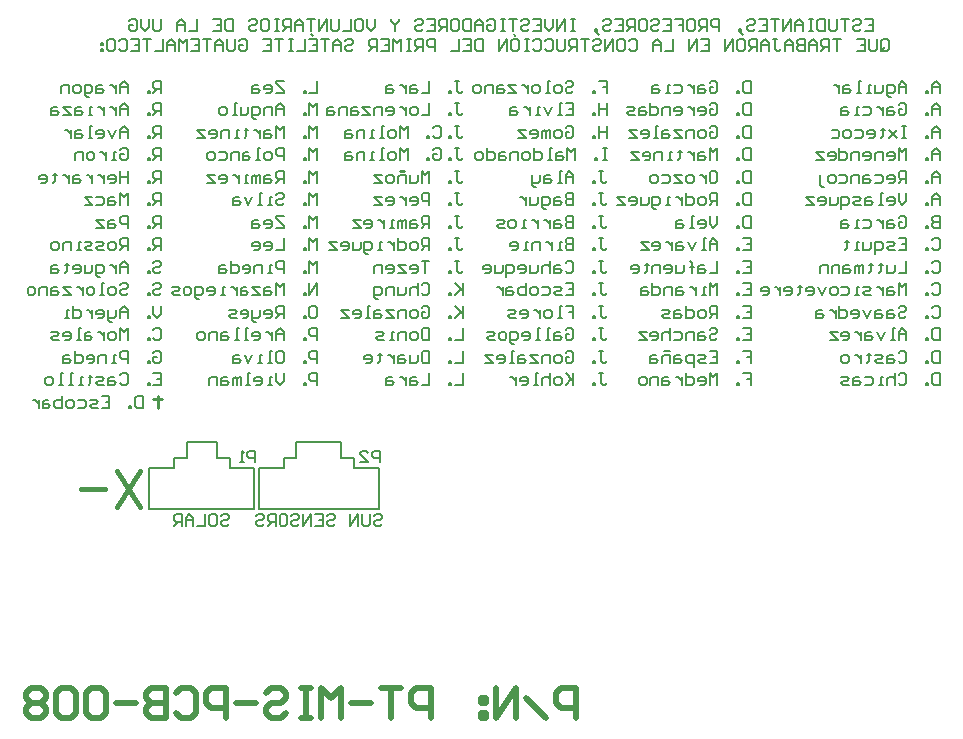
<source format=gbo>
G04*
G04 #@! TF.GenerationSoftware,Altium Limited,Altium Designer,18.1.7 (191)*
G04*
G04 Layer_Color=32896*
%FSLAX25Y25*%
%MOIN*%
G70*
G01*
G75*
%ADD10C,0.01000*%
%ADD11C,0.00591*%
%ADD34C,0.00800*%
%ADD35C,0.01575*%
%ADD36C,0.02000*%
D10*
X53000Y130500D02*
X56000D01*
X54500Y127500D02*
Y131500D01*
X135272Y206500D02*
X136772D01*
D11*
X105772Y252000D02*
X106272Y251500D01*
X173272Y252000D02*
X173772Y251500D01*
X223272Y146500D02*
X225272D01*
X88291Y107291D02*
X96559D01*
Y110638D01*
X100693D01*
Y116150D01*
X115752D01*
Y110638D02*
Y116150D01*
Y110638D02*
X119984D01*
Y107291D02*
Y110638D01*
Y107291D02*
X128252D01*
Y93709D02*
Y107291D01*
X88291Y93709D02*
Y107291D01*
Y93709D02*
X128252D01*
X51752D02*
X86791D01*
X51752D02*
Y107291D01*
X86791D02*
X86791Y93709D01*
X78524Y107291D02*
X86791D01*
X78524D02*
Y110638D01*
X74193D02*
X78524D01*
X74193Y115953D02*
X74193Y110638D01*
X64350Y115953D02*
X74193Y115953D01*
X64350Y110638D02*
Y115953D01*
X60020Y110638D02*
X64350D01*
X60020Y107291D02*
Y110638D01*
X51752Y107291D02*
X60020D01*
X49628Y131436D02*
Y127500D01*
X47661D01*
X47005Y128156D01*
Y130780D01*
X47661Y131436D01*
X49628D01*
X45693Y127500D02*
Y128156D01*
X45037D01*
Y127500D01*
X45693D01*
X35853Y131436D02*
X38477D01*
Y127500D01*
X35853D01*
X38477Y129468D02*
X37165D01*
X34541Y127500D02*
X32574D01*
X31918Y128156D01*
X32574Y128812D01*
X33886D01*
X34541Y129468D01*
X33886Y130124D01*
X31918D01*
X27982D02*
X29950D01*
X30606Y129468D01*
Y128156D01*
X29950Y127500D01*
X27982D01*
X26014D02*
X24702D01*
X24046Y128156D01*
Y129468D01*
X24702Y130124D01*
X26014D01*
X26670Y129468D01*
Y128156D01*
X26014Y127500D01*
X22734Y131436D02*
Y127500D01*
X20766D01*
X20110Y128156D01*
Y128812D01*
Y129468D01*
X20766Y130124D01*
X22734D01*
X18143D02*
X16831D01*
X16175Y129468D01*
Y127500D01*
X18143D01*
X18799Y128156D01*
X18143Y128812D01*
X16175D01*
X14863Y130124D02*
Y127500D01*
Y128812D01*
X14207Y129468D01*
X13551Y130124D01*
X12895D01*
X53148Y138936D02*
X55772D01*
Y135000D01*
X53148D01*
X55772Y136968D02*
X54460D01*
X51836Y135000D02*
Y135656D01*
X51180D01*
Y135000D01*
X51836D01*
X41996Y138280D02*
X42652Y138936D01*
X43964D01*
X44620Y138280D01*
Y135656D01*
X43964Y135000D01*
X42652D01*
X41996Y135656D01*
X40029Y137624D02*
X38717D01*
X38061Y136968D01*
Y135000D01*
X40029D01*
X40685Y135656D01*
X40029Y136312D01*
X38061D01*
X36749Y135000D02*
X34781D01*
X34125Y135656D01*
X34781Y136312D01*
X36093D01*
X36749Y136968D01*
X36093Y137624D01*
X34125D01*
X32157Y138280D02*
Y137624D01*
X32813D01*
X31501D01*
X32157D01*
Y135656D01*
X31501Y135000D01*
X29533D02*
X28221D01*
X28877D01*
Y137624D01*
X29533D01*
X26254Y135000D02*
X24942D01*
X25598D01*
Y138936D01*
X26254D01*
X22974Y135000D02*
X21662D01*
X22318D01*
Y138936D01*
X22974D01*
X19038Y135000D02*
X17726D01*
X17070Y135656D01*
Y136968D01*
X17726Y137624D01*
X19038D01*
X19694Y136968D01*
Y135656D01*
X19038Y135000D01*
X53148Y145780D02*
X53804Y146436D01*
X55116D01*
X55772Y145780D01*
Y143156D01*
X55116Y142500D01*
X53804D01*
X53148Y143156D01*
Y144468D01*
X54460D01*
X51836Y142500D02*
Y143156D01*
X51180D01*
Y142500D01*
X51836D01*
X44620D02*
Y146436D01*
X42652D01*
X41996Y145780D01*
Y144468D01*
X42652Y143812D01*
X44620D01*
X40685Y142500D02*
X39373D01*
X40029D01*
Y145124D01*
X40685D01*
X37405Y142500D02*
Y145124D01*
X35437D01*
X34781Y144468D01*
Y142500D01*
X31501D02*
X32813D01*
X33469Y143156D01*
Y144468D01*
X32813Y145124D01*
X31501D01*
X30845Y144468D01*
Y143812D01*
X33469D01*
X26910Y146436D02*
Y142500D01*
X28877D01*
X29533Y143156D01*
Y144468D01*
X28877Y145124D01*
X26910D01*
X24942D02*
X23630D01*
X22974Y144468D01*
Y142500D01*
X24942D01*
X25598Y143156D01*
X24942Y143812D01*
X22974D01*
X53148Y153280D02*
X53804Y153936D01*
X55116D01*
X55772Y153280D01*
Y150656D01*
X55116Y150000D01*
X53804D01*
X53148Y150656D01*
X51836Y150000D02*
Y150656D01*
X51180D01*
Y150000D01*
X51836D01*
X44620D02*
Y153936D01*
X43308Y152624D01*
X41997Y153936D01*
Y150000D01*
X40029D02*
X38717D01*
X38061Y150656D01*
Y151968D01*
X38717Y152624D01*
X40029D01*
X40685Y151968D01*
Y150656D01*
X40029Y150000D01*
X36749Y152624D02*
Y150000D01*
Y151312D01*
X36093Y151968D01*
X35437Y152624D01*
X34781D01*
X32157D02*
X30845D01*
X30189Y151968D01*
Y150000D01*
X32157D01*
X32813Y150656D01*
X32157Y151312D01*
X30189D01*
X28877Y150000D02*
X27566D01*
X28221D01*
Y153936D01*
X28877D01*
X23630Y150000D02*
X24942D01*
X25598Y150656D01*
Y151968D01*
X24942Y152624D01*
X23630D01*
X22974Y151968D01*
Y151312D01*
X25598D01*
X21662Y150000D02*
X19694D01*
X19038Y150656D01*
X19694Y151312D01*
X21006D01*
X21662Y151968D01*
X21006Y152624D01*
X19038D01*
X315272Y202500D02*
Y205124D01*
X313960Y206436D01*
X312648Y205124D01*
Y202500D01*
Y204468D01*
X315272D01*
X311336Y202500D02*
Y203156D01*
X310680D01*
Y202500D01*
X311336D01*
X304120D02*
Y206436D01*
X302152D01*
X301497Y205780D01*
Y204468D01*
X302152Y203812D01*
X304120D01*
X302808D02*
X301497Y202500D01*
X298217D02*
X299529D01*
X300185Y203156D01*
Y204468D01*
X299529Y205124D01*
X298217D01*
X297561Y204468D01*
Y203812D01*
X300185D01*
X293625Y205124D02*
X295593D01*
X296249Y204468D01*
Y203156D01*
X295593Y202500D01*
X293625D01*
X291657Y205124D02*
X290345D01*
X289689Y204468D01*
Y202500D01*
X291657D01*
X292313Y203156D01*
X291657Y203812D01*
X289689D01*
X288377Y202500D02*
Y205124D01*
X286409D01*
X285754Y204468D01*
Y202500D01*
X281818Y205124D02*
X283786D01*
X284442Y204468D01*
Y203156D01*
X283786Y202500D01*
X281818D01*
X279850D02*
X278538D01*
X277882Y203156D01*
Y204468D01*
X278538Y205124D01*
X279850D01*
X280506Y204468D01*
Y203156D01*
X279850Y202500D01*
X276570Y201188D02*
X275914D01*
X275258Y201844D01*
Y205124D01*
X315272Y210000D02*
Y212624D01*
X313960Y213936D01*
X312648Y212624D01*
Y210000D01*
Y211968D01*
X315272D01*
X311336Y210000D02*
Y210656D01*
X310680D01*
Y210000D01*
X311336D01*
X304120D02*
Y213936D01*
X302808Y212624D01*
X301497Y213936D01*
Y210000D01*
X298217D02*
X299529D01*
X300185Y210656D01*
Y211968D01*
X299529Y212624D01*
X298217D01*
X297561Y211968D01*
Y211312D01*
X300185D01*
X296249Y210000D02*
Y212624D01*
X294281D01*
X293625Y211968D01*
Y210000D01*
X290345D02*
X291657D01*
X292313Y210656D01*
Y211968D01*
X291657Y212624D01*
X290345D01*
X289689Y211968D01*
Y211312D01*
X292313D01*
X288377Y210000D02*
Y212624D01*
X286409D01*
X285754Y211968D01*
Y210000D01*
X281818Y213936D02*
Y210000D01*
X283786D01*
X284442Y210656D01*
Y211968D01*
X283786Y212624D01*
X281818D01*
X278538Y210000D02*
X279850D01*
X280506Y210656D01*
Y211968D01*
X279850Y212624D01*
X278538D01*
X277882Y211968D01*
Y211312D01*
X280506D01*
X276570Y212624D02*
X273946D01*
X276570Y210000D01*
X273946D01*
X315272Y217500D02*
Y220124D01*
X313960Y221436D01*
X312648Y220124D01*
Y217500D01*
Y219468D01*
X315272D01*
X311336Y217500D02*
Y218156D01*
X310680D01*
Y217500D01*
X311336D01*
X304120Y221436D02*
X302808D01*
X303464D01*
Y217500D01*
X304120D01*
X302808D01*
X300841Y220124D02*
X298217Y217500D01*
X299529Y218812D01*
X298217Y220124D01*
X300841Y217500D01*
X296249Y220780D02*
Y220124D01*
X296905D01*
X295593D01*
X296249D01*
Y218156D01*
X295593Y217500D01*
X291657D02*
X292969D01*
X293625Y218156D01*
Y219468D01*
X292969Y220124D01*
X291657D01*
X291001Y219468D01*
Y218812D01*
X293625D01*
X287066Y220124D02*
X289033D01*
X289689Y219468D01*
Y218156D01*
X289033Y217500D01*
X287066D01*
X285098D02*
X283786D01*
X283130Y218156D01*
Y219468D01*
X283786Y220124D01*
X285098D01*
X285754Y219468D01*
Y218156D01*
X285098Y217500D01*
X279194Y220124D02*
X281162D01*
X281818Y219468D01*
Y218156D01*
X281162Y217500D01*
X279194D01*
X315272Y225000D02*
Y227624D01*
X313960Y228936D01*
X312648Y227624D01*
Y225000D01*
Y226968D01*
X315272D01*
X311336Y225000D02*
Y225656D01*
X310680D01*
Y225000D01*
X311336D01*
X301497Y228280D02*
X302152Y228936D01*
X303464D01*
X304120Y228280D01*
Y225656D01*
X303464Y225000D01*
X302152D01*
X301497Y225656D01*
Y226968D01*
X302808D01*
X299529Y227624D02*
X298217D01*
X297561Y226968D01*
Y225000D01*
X299529D01*
X300185Y225656D01*
X299529Y226312D01*
X297561D01*
X296249Y227624D02*
Y225000D01*
Y226312D01*
X295593Y226968D01*
X294937Y227624D01*
X294281D01*
X289689D02*
X291657D01*
X292313Y226968D01*
Y225656D01*
X291657Y225000D01*
X289689D01*
X288377D02*
X287066D01*
X287721D01*
Y227624D01*
X288377D01*
X284442D02*
X283130D01*
X282474Y226968D01*
Y225000D01*
X284442D01*
X285098Y225656D01*
X284442Y226312D01*
X282474D01*
X315272Y232500D02*
Y235124D01*
X313960Y236436D01*
X312648Y235124D01*
Y232500D01*
Y234468D01*
X315272D01*
X311336Y232500D02*
Y233156D01*
X310680D01*
Y232500D01*
X311336D01*
X304120D02*
Y235124D01*
X302808Y236436D01*
X301497Y235124D01*
Y232500D01*
Y234468D01*
X304120D01*
X298873Y231188D02*
X298217D01*
X297561Y231844D01*
Y235124D01*
X299529D01*
X300185Y234468D01*
Y233156D01*
X299529Y232500D01*
X297561D01*
X296249Y235124D02*
Y233156D01*
X295593Y232500D01*
X293625D01*
Y235124D01*
X292313Y232500D02*
X291001D01*
X291657D01*
Y235124D01*
X292313D01*
X289033Y232500D02*
X287721D01*
X288377D01*
Y236436D01*
X289033D01*
X285098Y235124D02*
X283786D01*
X283130Y234468D01*
Y232500D01*
X285098D01*
X285754Y233156D01*
X285098Y233812D01*
X283130D01*
X281818Y235124D02*
Y232500D01*
Y233812D01*
X281162Y234468D01*
X280506Y235124D01*
X279850D01*
X312648Y168280D02*
X313304Y168936D01*
X314616D01*
X315272Y168280D01*
Y165656D01*
X314616Y165000D01*
X313304D01*
X312648Y165656D01*
X311336Y165000D02*
Y165656D01*
X310680D01*
Y165000D01*
X311336D01*
X304120D02*
Y168936D01*
X302808Y167624D01*
X301497Y168936D01*
Y165000D01*
X299529Y167624D02*
X298217D01*
X297561Y166968D01*
Y165000D01*
X299529D01*
X300185Y165656D01*
X299529Y166312D01*
X297561D01*
X296249Y167624D02*
Y165000D01*
Y166312D01*
X295593Y166968D01*
X294937Y167624D01*
X294281D01*
X292313Y165000D02*
X290345D01*
X289689Y165656D01*
X290345Y166312D01*
X291657D01*
X292313Y166968D01*
X291657Y167624D01*
X289689D01*
X288377Y165000D02*
X287066D01*
X287721D01*
Y167624D01*
X288377D01*
X282474D02*
X284442D01*
X285098Y166968D01*
Y165656D01*
X284442Y165000D01*
X282474D01*
X280506D02*
X279194D01*
X278538Y165656D01*
Y166968D01*
X279194Y167624D01*
X280506D01*
X281162Y166968D01*
Y165656D01*
X280506Y165000D01*
X277226Y167624D02*
X275914Y165000D01*
X274602Y167624D01*
X271323Y165000D02*
X272635D01*
X273290Y165656D01*
Y166968D01*
X272635Y167624D01*
X271323D01*
X270667Y166968D01*
Y166312D01*
X273290D01*
X268699Y168280D02*
Y167624D01*
X269355D01*
X268043D01*
X268699D01*
Y165656D01*
X268043Y165000D01*
X264107D02*
X265419D01*
X266075Y165656D01*
Y166968D01*
X265419Y167624D01*
X264107D01*
X263451Y166968D01*
Y166312D01*
X266075D01*
X262139Y167624D02*
Y165000D01*
Y166312D01*
X261483Y166968D01*
X260827Y167624D01*
X260171D01*
X256236Y165000D02*
X257547D01*
X258203Y165656D01*
Y166968D01*
X257547Y167624D01*
X256236D01*
X255580Y166968D01*
Y166312D01*
X258203D01*
X312648Y175780D02*
X313304Y176436D01*
X314616D01*
X315272Y175780D01*
Y173156D01*
X314616Y172500D01*
X313304D01*
X312648Y173156D01*
X311336Y172500D02*
Y173156D01*
X310680D01*
Y172500D01*
X311336D01*
X304120Y176436D02*
Y172500D01*
X301497D01*
X300185Y175124D02*
Y173156D01*
X299529Y172500D01*
X297561D01*
Y175124D01*
X295593Y175780D02*
Y175124D01*
X296249D01*
X294937D01*
X295593D01*
Y173156D01*
X294937Y172500D01*
X292313Y175780D02*
Y175124D01*
X292969D01*
X291657D01*
X292313D01*
Y173156D01*
X291657Y172500D01*
X289689D02*
Y175124D01*
X289033D01*
X288377Y174468D01*
Y172500D01*
Y174468D01*
X287721Y175124D01*
X287066Y174468D01*
Y172500D01*
X285098Y175124D02*
X283786D01*
X283130Y174468D01*
Y172500D01*
X285098D01*
X285754Y173156D01*
X285098Y173812D01*
X283130D01*
X281818Y172500D02*
Y175124D01*
X279850D01*
X279194Y174468D01*
Y172500D01*
X277882D02*
Y175124D01*
X275914D01*
X275258Y174468D01*
Y172500D01*
X312648Y183280D02*
X313304Y183936D01*
X314616D01*
X315272Y183280D01*
Y180656D01*
X314616Y180000D01*
X313304D01*
X312648Y180656D01*
X311336Y180000D02*
Y180656D01*
X310680D01*
Y180000D01*
X311336D01*
X301497Y183936D02*
X304120D01*
Y180000D01*
X301497D01*
X304120Y181968D02*
X302808D01*
X300185Y180000D02*
X298217D01*
X297561Y180656D01*
X298217Y181312D01*
X299529D01*
X300185Y181968D01*
X299529Y182624D01*
X297561D01*
X293625Y178688D02*
Y182624D01*
X295593D01*
X296249Y181968D01*
Y180656D01*
X295593Y180000D01*
X293625D01*
X292313Y182624D02*
Y180656D01*
X291657Y180000D01*
X289689D01*
Y182624D01*
X288377Y180000D02*
X287066D01*
X287721D01*
Y182624D01*
X288377D01*
X284442Y183280D02*
Y182624D01*
X285098D01*
X283786D01*
X284442D01*
Y180656D01*
X283786Y180000D01*
X315272Y191436D02*
Y187500D01*
X313304D01*
X312648Y188156D01*
Y188812D01*
X313304Y189468D01*
X315272D01*
X313304D01*
X312648Y190124D01*
Y190780D01*
X313304Y191436D01*
X315272D01*
X311336Y187500D02*
Y188156D01*
X310680D01*
Y187500D01*
X311336D01*
X301497Y190780D02*
X302152Y191436D01*
X303464D01*
X304120Y190780D01*
Y188156D01*
X303464Y187500D01*
X302152D01*
X301497Y188156D01*
Y189468D01*
X302808D01*
X299529Y190124D02*
X298217D01*
X297561Y189468D01*
Y187500D01*
X299529D01*
X300185Y188156D01*
X299529Y188812D01*
X297561D01*
X296249Y190124D02*
Y187500D01*
Y188812D01*
X295593Y189468D01*
X294937Y190124D01*
X294281D01*
X289689D02*
X291657D01*
X292313Y189468D01*
Y188156D01*
X291657Y187500D01*
X289689D01*
X288377D02*
X287066D01*
X287721D01*
Y190124D01*
X288377D01*
X284442D02*
X283130D01*
X282474Y189468D01*
Y187500D01*
X284442D01*
X285098Y188156D01*
X284442Y188812D01*
X282474D01*
X315272Y195000D02*
Y197624D01*
X313960Y198936D01*
X312648Y197624D01*
Y195000D01*
Y196968D01*
X315272D01*
X311336Y195000D02*
Y195656D01*
X310680D01*
Y195000D01*
X311336D01*
X304120Y198936D02*
Y196312D01*
X302808Y195000D01*
X301497Y196312D01*
Y198936D01*
X298217Y195000D02*
X299529D01*
X300185Y195656D01*
Y196968D01*
X299529Y197624D01*
X298217D01*
X297561Y196968D01*
Y196312D01*
X300185D01*
X296249Y195000D02*
X294937D01*
X295593D01*
Y198936D01*
X296249D01*
X292313Y197624D02*
X291001D01*
X290345Y196968D01*
Y195000D01*
X292313D01*
X292969Y195656D01*
X292313Y196312D01*
X290345D01*
X289033Y195000D02*
X287066D01*
X286410Y195656D01*
X287066Y196312D01*
X288377D01*
X289033Y196968D01*
X288377Y197624D01*
X286410D01*
X282474Y193688D02*
Y197624D01*
X284442D01*
X285098Y196968D01*
Y195656D01*
X284442Y195000D01*
X282474D01*
X281162Y197624D02*
Y195656D01*
X280506Y195000D01*
X278538D01*
Y197624D01*
X275258Y195000D02*
X276570D01*
X277226Y195656D01*
Y196968D01*
X276570Y197624D01*
X275258D01*
X274602Y196968D01*
Y196312D01*
X277226D01*
X273290Y197624D02*
X270667D01*
X273290Y195000D01*
X270667D01*
X312648Y160780D02*
X313304Y161436D01*
X314616D01*
X315272Y160780D01*
Y158156D01*
X314616Y157500D01*
X313304D01*
X312648Y158156D01*
X311336Y157500D02*
Y158156D01*
X310680D01*
Y157500D01*
X311336D01*
X301497Y160780D02*
X302152Y161436D01*
X303464D01*
X304120Y160780D01*
Y160124D01*
X303464Y159468D01*
X302152D01*
X301497Y158812D01*
Y158156D01*
X302152Y157500D01*
X303464D01*
X304120Y158156D01*
X299529Y160124D02*
X298217D01*
X297561Y159468D01*
Y157500D01*
X299529D01*
X300185Y158156D01*
X299529Y158812D01*
X297561D01*
X295593Y160124D02*
X294281D01*
X293625Y159468D01*
Y157500D01*
X295593D01*
X296249Y158156D01*
X295593Y158812D01*
X293625D01*
X292313Y160124D02*
X291001Y157500D01*
X289689Y160124D01*
X286409Y157500D02*
X287721D01*
X288377Y158156D01*
Y159468D01*
X287721Y160124D01*
X286409D01*
X285754Y159468D01*
Y158812D01*
X288377D01*
X281818Y161436D02*
Y157500D01*
X283786D01*
X284442Y158156D01*
Y159468D01*
X283786Y160124D01*
X281818D01*
X280506D02*
Y157500D01*
Y158812D01*
X279850Y159468D01*
X279194Y160124D01*
X278538D01*
X275914D02*
X274602D01*
X273946Y159468D01*
Y157500D01*
X275914D01*
X276570Y158156D01*
X275914Y158812D01*
X273946D01*
X315272Y153936D02*
Y150000D01*
X313304D01*
X312648Y150656D01*
Y153280D01*
X313304Y153936D01*
X315272D01*
X311336Y150000D02*
Y150656D01*
X310680D01*
Y150000D01*
X311336D01*
X304120D02*
Y152624D01*
X302808Y153936D01*
X301497Y152624D01*
Y150000D01*
Y151968D01*
X304120D01*
X300185Y150000D02*
X298873D01*
X299529D01*
Y153936D01*
X300185D01*
X296905Y152624D02*
X295593Y150000D01*
X294281Y152624D01*
X292313D02*
X291001D01*
X290345Y151968D01*
Y150000D01*
X292313D01*
X292969Y150656D01*
X292313Y151312D01*
X290345D01*
X289033Y152624D02*
Y150000D01*
Y151312D01*
X288377Y151968D01*
X287721Y152624D01*
X287066D01*
X283130Y150000D02*
X284442D01*
X285098Y150656D01*
Y151968D01*
X284442Y152624D01*
X283130D01*
X282474Y151968D01*
Y151312D01*
X285098D01*
X281162Y152624D02*
X278538D01*
X281162Y150000D01*
X278538D01*
X315272Y146436D02*
Y142500D01*
X313304D01*
X312648Y143156D01*
Y145780D01*
X313304Y146436D01*
X315272D01*
X311336Y142500D02*
Y143156D01*
X310680D01*
Y142500D01*
X311336D01*
X301497Y145780D02*
X302152Y146436D01*
X303464D01*
X304120Y145780D01*
Y143156D01*
X303464Y142500D01*
X302152D01*
X301497Y143156D01*
X299529Y145124D02*
X298217D01*
X297561Y144468D01*
Y142500D01*
X299529D01*
X300185Y143156D01*
X299529Y143812D01*
X297561D01*
X296249Y142500D02*
X294281D01*
X293625Y143156D01*
X294281Y143812D01*
X295593D01*
X296249Y144468D01*
X295593Y145124D01*
X293625D01*
X291657Y145780D02*
Y145124D01*
X292313D01*
X291001D01*
X291657D01*
Y143156D01*
X291001Y142500D01*
X289033Y145124D02*
Y142500D01*
Y143812D01*
X288377Y144468D01*
X287721Y145124D01*
X287066D01*
X284442Y142500D02*
X283130D01*
X282474Y143156D01*
Y144468D01*
X283130Y145124D01*
X284442D01*
X285098Y144468D01*
Y143156D01*
X284442Y142500D01*
X315272Y138936D02*
Y135000D01*
X313304D01*
X312648Y135656D01*
Y138280D01*
X313304Y138936D01*
X315272D01*
X311336Y135000D02*
Y135656D01*
X310680D01*
Y135000D01*
X311336D01*
X301497Y138280D02*
X302152Y138936D01*
X303464D01*
X304120Y138280D01*
Y135656D01*
X303464Y135000D01*
X302152D01*
X301497Y135656D01*
X300185Y138936D02*
Y135000D01*
Y136968D01*
X299529Y137624D01*
X298217D01*
X297561Y136968D01*
Y135000D01*
X296249D02*
X294937D01*
X295593D01*
Y137624D01*
X296249D01*
X290345D02*
X292313D01*
X292969Y136968D01*
Y135656D01*
X292313Y135000D01*
X290345D01*
X288377Y137624D02*
X287066D01*
X286410Y136968D01*
Y135000D01*
X288377D01*
X289033Y135656D01*
X288377Y136312D01*
X286410D01*
X285098Y135000D02*
X283130D01*
X282474Y135656D01*
X283130Y136312D01*
X284442D01*
X285098Y136968D01*
X284442Y137624D01*
X282474D01*
X252272Y236436D02*
Y232500D01*
X250304D01*
X249648Y233156D01*
Y235780D01*
X250304Y236436D01*
X252272D01*
X248336Y232500D02*
Y233156D01*
X247680D01*
Y232500D01*
X248336D01*
X238497Y235780D02*
X239153Y236436D01*
X240464D01*
X241120Y235780D01*
Y233156D01*
X240464Y232500D01*
X239153D01*
X238497Y233156D01*
Y234468D01*
X239809D01*
X236529Y235124D02*
X235217D01*
X234561Y234468D01*
Y232500D01*
X236529D01*
X237185Y233156D01*
X236529Y233812D01*
X234561D01*
X233249Y235124D02*
Y232500D01*
Y233812D01*
X232593Y234468D01*
X231937Y235124D01*
X231281D01*
X226689D02*
X228657D01*
X229313Y234468D01*
Y233156D01*
X228657Y232500D01*
X226689D01*
X225377D02*
X224065D01*
X224722D01*
Y235124D01*
X225377D01*
X221442D02*
X220130D01*
X219474Y234468D01*
Y232500D01*
X221442D01*
X222098Y233156D01*
X221442Y233812D01*
X219474D01*
X252272Y198936D02*
Y195000D01*
X250304D01*
X249648Y195656D01*
Y198280D01*
X250304Y198936D01*
X252272D01*
X248336Y195000D02*
Y195656D01*
X247680D01*
Y195000D01*
X248336D01*
X241120D02*
Y198936D01*
X239153D01*
X238497Y198280D01*
Y196968D01*
X239153Y196312D01*
X241120D01*
X239809D02*
X238497Y195000D01*
X236529D02*
X235217D01*
X234561Y195656D01*
Y196968D01*
X235217Y197624D01*
X236529D01*
X237185Y196968D01*
Y195656D01*
X236529Y195000D01*
X230625Y198936D02*
Y195000D01*
X232593D01*
X233249Y195656D01*
Y196968D01*
X232593Y197624D01*
X230625D01*
X229313D02*
Y195000D01*
Y196312D01*
X228657Y196968D01*
X228001Y197624D01*
X227345D01*
X225377Y195000D02*
X224065D01*
X224722D01*
Y197624D01*
X225377D01*
X220786Y193688D02*
X220130D01*
X219474Y194344D01*
Y197624D01*
X221442D01*
X222098Y196968D01*
Y195656D01*
X221442Y195000D01*
X219474D01*
X218162Y197624D02*
Y195656D01*
X217506Y195000D01*
X215538D01*
Y197624D01*
X212258Y195000D02*
X213570D01*
X214226Y195656D01*
Y196968D01*
X213570Y197624D01*
X212258D01*
X211602Y196968D01*
Y196312D01*
X214226D01*
X210290Y197624D02*
X207667D01*
X210290Y195000D01*
X207667D01*
X252272Y206436D02*
Y202500D01*
X250304D01*
X249648Y203156D01*
Y205780D01*
X250304Y206436D01*
X252272D01*
X248336Y202500D02*
Y203156D01*
X247680D01*
Y202500D01*
X248336D01*
X239153Y206436D02*
X240464D01*
X241120Y205780D01*
Y203156D01*
X240464Y202500D01*
X239153D01*
X238497Y203156D01*
Y205780D01*
X239153Y206436D01*
X237185Y205124D02*
Y202500D01*
Y203812D01*
X236529Y204468D01*
X235873Y205124D01*
X235217D01*
X232593Y202500D02*
X231281D01*
X230625Y203156D01*
Y204468D01*
X231281Y205124D01*
X232593D01*
X233249Y204468D01*
Y203156D01*
X232593Y202500D01*
X229313Y205124D02*
X226689D01*
X229313Y202500D01*
X226689D01*
X222754Y205124D02*
X224722D01*
X225377Y204468D01*
Y203156D01*
X224722Y202500D01*
X222754D01*
X220786D02*
X219474D01*
X218818Y203156D01*
Y204468D01*
X219474Y205124D01*
X220786D01*
X221442Y204468D01*
Y203156D01*
X220786Y202500D01*
X252272Y213936D02*
Y210000D01*
X250304D01*
X249648Y210656D01*
Y213280D01*
X250304Y213936D01*
X252272D01*
X248336Y210000D02*
Y210656D01*
X247680D01*
Y210000D01*
X248336D01*
X241120D02*
Y213936D01*
X239809Y212624D01*
X238497Y213936D01*
Y210000D01*
X236529Y212624D02*
X235217D01*
X234561Y211968D01*
Y210000D01*
X236529D01*
X237185Y210656D01*
X236529Y211312D01*
X234561D01*
X233249Y212624D02*
Y210000D01*
Y211312D01*
X232593Y211968D01*
X231937Y212624D01*
X231281D01*
X228657Y213280D02*
Y212624D01*
X229313D01*
X228001D01*
X228657D01*
Y210656D01*
X228001Y210000D01*
X226033D02*
X224722D01*
X225377D01*
Y212624D01*
X226033D01*
X222754Y210000D02*
Y212624D01*
X220786D01*
X220130Y211968D01*
Y210000D01*
X216850D02*
X218162D01*
X218818Y210656D01*
Y211968D01*
X218162Y212624D01*
X216850D01*
X216194Y211968D01*
Y211312D01*
X218818D01*
X214882Y212624D02*
X212258D01*
X214882Y210000D01*
X212258D01*
X252272Y221436D02*
Y217500D01*
X250304D01*
X249648Y218156D01*
Y220780D01*
X250304Y221436D01*
X252272D01*
X248336Y217500D02*
Y218156D01*
X247680D01*
Y217500D01*
X248336D01*
X238497Y220780D02*
X239153Y221436D01*
X240464D01*
X241120Y220780D01*
Y218156D01*
X240464Y217500D01*
X239153D01*
X238497Y218156D01*
Y219468D01*
X239809D01*
X236529Y217500D02*
X235217D01*
X234561Y218156D01*
Y219468D01*
X235217Y220124D01*
X236529D01*
X237185Y219468D01*
Y218156D01*
X236529Y217500D01*
X233249D02*
Y220124D01*
X231281D01*
X230625Y219468D01*
Y217500D01*
X229313Y220124D02*
X226689D01*
X229313Y217500D01*
X226689D01*
X224722Y220124D02*
X223410D01*
X222754Y219468D01*
Y217500D01*
X224722D01*
X225377Y218156D01*
X224722Y218812D01*
X222754D01*
X221442Y217500D02*
X220130D01*
X220786D01*
Y221436D01*
X221442D01*
X216194Y217500D02*
X217506D01*
X218162Y218156D01*
Y219468D01*
X217506Y220124D01*
X216194D01*
X215538Y219468D01*
Y218812D01*
X218162D01*
X214226Y220124D02*
X211602D01*
X214226Y217500D01*
X211602D01*
X252272Y228936D02*
Y225000D01*
X250304D01*
X249648Y225656D01*
Y228280D01*
X250304Y228936D01*
X252272D01*
X248336Y225000D02*
Y225656D01*
X247680D01*
Y225000D01*
X248336D01*
X238497Y228280D02*
X239153Y228936D01*
X240464D01*
X241120Y228280D01*
Y225656D01*
X240464Y225000D01*
X239153D01*
X238497Y225656D01*
Y226968D01*
X239809D01*
X235217Y225000D02*
X236529D01*
X237185Y225656D01*
Y226968D01*
X236529Y227624D01*
X235217D01*
X234561Y226968D01*
Y226312D01*
X237185D01*
X233249Y227624D02*
Y225000D01*
Y226312D01*
X232593Y226968D01*
X231937Y227624D01*
X231281D01*
X227345Y225000D02*
X228657D01*
X229313Y225656D01*
Y226968D01*
X228657Y227624D01*
X227345D01*
X226689Y226968D01*
Y226312D01*
X229313D01*
X225377Y225000D02*
Y227624D01*
X223410D01*
X222754Y226968D01*
Y225000D01*
X218818Y228936D02*
Y225000D01*
X220786D01*
X221442Y225656D01*
Y226968D01*
X220786Y227624D01*
X218818D01*
X216850D02*
X215538D01*
X214882Y226968D01*
Y225000D01*
X216850D01*
X217506Y225656D01*
X216850Y226312D01*
X214882D01*
X213570Y225000D02*
X211602D01*
X210946Y225656D01*
X211602Y226312D01*
X212914D01*
X213570Y226968D01*
X212914Y227624D01*
X210946D01*
X252272Y191436D02*
Y187500D01*
X250304D01*
X249648Y188156D01*
Y190780D01*
X250304Y191436D01*
X252272D01*
X248336Y187500D02*
Y188156D01*
X247680D01*
Y187500D01*
X248336D01*
X241120Y191436D02*
Y188812D01*
X239809Y187500D01*
X238497Y188812D01*
Y191436D01*
X235217Y187500D02*
X236529D01*
X237185Y188156D01*
Y189468D01*
X236529Y190124D01*
X235217D01*
X234561Y189468D01*
Y188812D01*
X237185D01*
X233249Y187500D02*
X231937D01*
X232593D01*
Y191436D01*
X233249D01*
X229313Y190124D02*
X228001D01*
X227345Y189468D01*
Y187500D01*
X229313D01*
X229969Y188156D01*
X229313Y188812D01*
X227345D01*
X249648Y183936D02*
X252272D01*
Y180000D01*
X249648D01*
X252272Y181968D02*
X250960D01*
X248336Y180000D02*
Y180656D01*
X247680D01*
Y180000D01*
X248336D01*
X241120D02*
Y182624D01*
X239809Y183936D01*
X238497Y182624D01*
Y180000D01*
Y181968D01*
X241120D01*
X237185Y180000D02*
X235873D01*
X236529D01*
Y183936D01*
X237185D01*
X233905Y182624D02*
X232593Y180000D01*
X231281Y182624D01*
X229313D02*
X228001D01*
X227345Y181968D01*
Y180000D01*
X229313D01*
X229969Y180656D01*
X229313Y181312D01*
X227345D01*
X226033Y182624D02*
Y180000D01*
Y181312D01*
X225377Y181968D01*
X224722Y182624D01*
X224065D01*
X220130Y180000D02*
X221442D01*
X222098Y180656D01*
Y181968D01*
X221442Y182624D01*
X220130D01*
X219474Y181968D01*
Y181312D01*
X222098D01*
X218162Y182624D02*
X215538D01*
X218162Y180000D01*
X215538D01*
X249648Y176436D02*
X252272D01*
Y172500D01*
X249648D01*
X252272Y174468D02*
X250960D01*
X248336Y172500D02*
Y173156D01*
X247680D01*
Y172500D01*
X248336D01*
X241120Y176436D02*
Y172500D01*
X238497D01*
X236529Y175124D02*
X235217D01*
X234561Y174468D01*
Y172500D01*
X236529D01*
X237185Y173156D01*
X236529Y173812D01*
X234561D01*
X232593Y172500D02*
Y175780D01*
Y174468D01*
X233249D01*
X231937D01*
X232593D01*
Y175780D01*
X231937Y176436D01*
X229969Y175124D02*
Y173156D01*
X229313Y172500D01*
X227345D01*
Y175124D01*
X224065Y172500D02*
X225377D01*
X226033Y173156D01*
Y174468D01*
X225377Y175124D01*
X224065D01*
X223410Y174468D01*
Y173812D01*
X226033D01*
X222098Y172500D02*
Y175124D01*
X220130D01*
X219474Y174468D01*
Y172500D01*
X217506Y175780D02*
Y175124D01*
X218162D01*
X216850D01*
X217506D01*
Y173156D01*
X216850Y172500D01*
X212914D02*
X214226D01*
X214882Y173156D01*
Y174468D01*
X214226Y175124D01*
X212914D01*
X212258Y174468D01*
Y173812D01*
X214882D01*
X249648Y168936D02*
X252272D01*
Y165000D01*
X249648D01*
X252272Y166968D02*
X250960D01*
X248336Y165000D02*
Y165656D01*
X247680D01*
Y165000D01*
X248336D01*
X241120D02*
Y168936D01*
X239809Y167624D01*
X238497Y168936D01*
Y165000D01*
X237185D02*
X235873D01*
X236529D01*
Y167624D01*
X237185D01*
X233905D02*
Y165000D01*
Y166312D01*
X233249Y166968D01*
X232593Y167624D01*
X231937D01*
X229313D02*
X228001D01*
X227345Y166968D01*
Y165000D01*
X229313D01*
X229969Y165656D01*
X229313Y166312D01*
X227345D01*
X226033Y165000D02*
Y167624D01*
X224065D01*
X223410Y166968D01*
Y165000D01*
X219474Y168936D02*
Y165000D01*
X221442D01*
X222098Y165656D01*
Y166968D01*
X221442Y167624D01*
X219474D01*
X217506D02*
X216194D01*
X215538Y166968D01*
Y165000D01*
X217506D01*
X218162Y165656D01*
X217506Y166312D01*
X215538D01*
X249648Y161436D02*
X252272D01*
Y157500D01*
X249648D01*
X252272Y159468D02*
X250960D01*
X248336Y157500D02*
Y158156D01*
X247680D01*
Y157500D01*
X248336D01*
X241120D02*
Y161436D01*
X239153D01*
X238497Y160780D01*
Y159468D01*
X239153Y158812D01*
X241120D01*
X239809D02*
X238497Y157500D01*
X236529D02*
X235217D01*
X234561Y158156D01*
Y159468D01*
X235217Y160124D01*
X236529D01*
X237185Y159468D01*
Y158156D01*
X236529Y157500D01*
X230625Y161436D02*
Y157500D01*
X232593D01*
X233249Y158156D01*
Y159468D01*
X232593Y160124D01*
X230625D01*
X228657D02*
X227345D01*
X226689Y159468D01*
Y157500D01*
X228657D01*
X229313Y158156D01*
X228657Y158812D01*
X226689D01*
X225377Y157500D02*
X223410D01*
X222754Y158156D01*
X223410Y158812D01*
X224722D01*
X225377Y159468D01*
X224722Y160124D01*
X222754D01*
X249648Y138936D02*
X252272D01*
Y136968D01*
X250960D01*
X252272D01*
Y135000D01*
X248336D02*
Y135656D01*
X247680D01*
Y135000D01*
X248336D01*
X241120D02*
Y138936D01*
X239809Y137624D01*
X238497Y138936D01*
Y135000D01*
X235217D02*
X236529D01*
X237185Y135656D01*
Y136968D01*
X236529Y137624D01*
X235217D01*
X234561Y136968D01*
Y136312D01*
X237185D01*
X230625Y138936D02*
Y135000D01*
X232593D01*
X233249Y135656D01*
Y136968D01*
X232593Y137624D01*
X230625D01*
X229313D02*
Y135000D01*
Y136312D01*
X228657Y136968D01*
X228001Y137624D01*
X227345D01*
X224722D02*
X223410D01*
X222754Y136968D01*
Y135000D01*
X224722D01*
X225377Y135656D01*
X224722Y136312D01*
X222754D01*
X221442Y135000D02*
Y137624D01*
X219474D01*
X218818Y136968D01*
Y135000D01*
X216850D02*
X215538D01*
X214882Y135656D01*
Y136968D01*
X215538Y137624D01*
X216850D01*
X217506Y136968D01*
Y135656D01*
X216850Y135000D01*
X249648Y146436D02*
X252272D01*
Y144468D01*
X250960D01*
X252272D01*
Y142500D01*
X248336D02*
Y143156D01*
X247680D01*
Y142500D01*
X248336D01*
X238497Y146436D02*
X241120D01*
Y142500D01*
X238497D01*
X241120Y144468D02*
X239809D01*
X237185Y142500D02*
X235217D01*
X234561Y143156D01*
X235217Y143812D01*
X236529D01*
X237185Y144468D01*
X236529Y145124D01*
X234561D01*
X233249Y141188D02*
Y145124D01*
X231281D01*
X230625Y144468D01*
Y143156D01*
X231281Y142500D01*
X233249D01*
X228657Y145124D02*
X227345D01*
X226689Y144468D01*
Y142500D01*
X228657D01*
X229313Y143156D01*
X228657Y143812D01*
X226689D01*
X225377Y142500D02*
Y145124D01*
X223410D01*
X222754Y144468D01*
Y142500D01*
X220786Y145124D02*
X219474D01*
X218818Y144468D01*
Y142500D01*
X220786D01*
X221442Y143156D01*
X220786Y143812D01*
X218818D01*
X249648Y153936D02*
X252272D01*
Y150000D01*
X249648D01*
X252272Y151968D02*
X250960D01*
X248336Y150000D02*
Y150656D01*
X247680D01*
Y150000D01*
X248336D01*
X238497Y153280D02*
X239153Y153936D01*
X240464D01*
X241120Y153280D01*
Y152624D01*
X240464Y151968D01*
X239153D01*
X238497Y151312D01*
Y150656D01*
X239153Y150000D01*
X240464D01*
X241120Y150656D01*
X236529Y152624D02*
X235217D01*
X234561Y151968D01*
Y150000D01*
X236529D01*
X237185Y150656D01*
X236529Y151312D01*
X234561D01*
X233249Y150000D02*
Y152624D01*
X231281D01*
X230625Y151968D01*
Y150000D01*
X226689Y152624D02*
X228657D01*
X229313Y151968D01*
Y150656D01*
X228657Y150000D01*
X226689D01*
X225377Y153936D02*
Y150000D01*
Y151968D01*
X224722Y152624D01*
X223410D01*
X222754Y151968D01*
Y150000D01*
X219474D02*
X220786D01*
X221442Y150656D01*
Y151968D01*
X220786Y152624D01*
X219474D01*
X218818Y151968D01*
Y151312D01*
X221442D01*
X217506Y152624D02*
X214882D01*
X217506Y150000D01*
X214882D01*
X201648Y236436D02*
X204272D01*
Y234468D01*
X202960D01*
X204272D01*
Y232500D01*
X200336D02*
Y233156D01*
X199680D01*
Y232500D01*
X200336D01*
X190497Y235780D02*
X191153Y236436D01*
X192464D01*
X193120Y235780D01*
Y235124D01*
X192464Y234468D01*
X191153D01*
X190497Y233812D01*
Y233156D01*
X191153Y232500D01*
X192464D01*
X193120Y233156D01*
X188529Y232500D02*
X187217D01*
X186561Y233156D01*
Y234468D01*
X187217Y235124D01*
X188529D01*
X189185Y234468D01*
Y233156D01*
X188529Y232500D01*
X185249D02*
X183937D01*
X184593D01*
Y236436D01*
X185249D01*
X181313Y232500D02*
X180001D01*
X179345Y233156D01*
Y234468D01*
X180001Y235124D01*
X181313D01*
X181969Y234468D01*
Y233156D01*
X181313Y232500D01*
X178033Y235124D02*
Y232500D01*
Y233812D01*
X177377Y234468D01*
X176722Y235124D01*
X176066D01*
X174098D02*
X171474D01*
X174098Y232500D01*
X171474D01*
X169506Y235124D02*
X168194D01*
X167538Y234468D01*
Y232500D01*
X169506D01*
X170162Y233156D01*
X169506Y233812D01*
X167538D01*
X166226Y232500D02*
Y235124D01*
X164258D01*
X163602Y234468D01*
Y232500D01*
X161635D02*
X160323D01*
X159667Y233156D01*
Y234468D01*
X160323Y235124D01*
X161635D01*
X162290Y234468D01*
Y233156D01*
X161635Y232500D01*
X204272Y228936D02*
Y225000D01*
Y226968D01*
X201648D01*
Y228936D01*
Y225000D01*
X200336D02*
Y225656D01*
X199680D01*
Y225000D01*
X200336D01*
X190497Y228936D02*
X193120D01*
Y225000D01*
X190497D01*
X193120Y226968D02*
X191808D01*
X189185Y225000D02*
X187873D01*
X188529D01*
Y228936D01*
X189185D01*
X185905Y227624D02*
X184593Y225000D01*
X183281Y227624D01*
X181969Y225000D02*
X180657D01*
X181313D01*
Y227624D01*
X181969D01*
X178689D02*
Y225000D01*
Y226312D01*
X178033Y226968D01*
X177377Y227624D01*
X176722D01*
X174098D02*
X172786D01*
X172130Y226968D01*
Y225000D01*
X174098D01*
X174754Y225656D01*
X174098Y226312D01*
X172130D01*
X204272Y221436D02*
Y217500D01*
Y219468D01*
X201648D01*
Y221436D01*
Y217500D01*
X200336D02*
Y218156D01*
X199680D01*
Y217500D01*
X200336D01*
X190497Y220780D02*
X191153Y221436D01*
X192464D01*
X193120Y220780D01*
Y218156D01*
X192464Y217500D01*
X191153D01*
X190497Y218156D01*
Y219468D01*
X191808D01*
X188529Y217500D02*
X187217D01*
X186561Y218156D01*
Y219468D01*
X187217Y220124D01*
X188529D01*
X189185Y219468D01*
Y218156D01*
X188529Y217500D01*
X185249D02*
Y220124D01*
X184593D01*
X183937Y219468D01*
Y217500D01*
Y219468D01*
X183281Y220124D01*
X182625Y219468D01*
Y217500D01*
X179345D02*
X180657D01*
X181313Y218156D01*
Y219468D01*
X180657Y220124D01*
X179345D01*
X178689Y219468D01*
Y218812D01*
X181313D01*
X177377Y220124D02*
X174754D01*
X177377Y217500D01*
X174754D01*
X204272Y213936D02*
X202960D01*
X203616D01*
Y210000D01*
X204272D01*
X202960D01*
X200992D02*
Y210656D01*
X200336D01*
Y210000D01*
X200992D01*
X193776D02*
Y213936D01*
X192464Y212624D01*
X191153Y213936D01*
Y210000D01*
X189185Y212624D02*
X187873D01*
X187217Y211968D01*
Y210000D01*
X189185D01*
X189841Y210656D01*
X189185Y211312D01*
X187217D01*
X185905Y210000D02*
X184593D01*
X185249D01*
Y213936D01*
X185905D01*
X180001D02*
Y210000D01*
X181969D01*
X182625Y210656D01*
Y211968D01*
X181969Y212624D01*
X180001D01*
X178033Y210000D02*
X176722D01*
X176066Y210656D01*
Y211968D01*
X176722Y212624D01*
X178033D01*
X178689Y211968D01*
Y210656D01*
X178033Y210000D01*
X174754D02*
Y212624D01*
X172786D01*
X172130Y211968D01*
Y210000D01*
X170162Y212624D02*
X168850D01*
X168194Y211968D01*
Y210000D01*
X170162D01*
X170818Y210656D01*
X170162Y211312D01*
X168194D01*
X164258Y213936D02*
Y210000D01*
X166226D01*
X166882Y210656D01*
Y211968D01*
X166226Y212624D01*
X164258D01*
X162290Y210000D02*
X160978D01*
X160323Y210656D01*
Y211968D01*
X160978Y212624D01*
X162290D01*
X162946Y211968D01*
Y210656D01*
X162290Y210000D01*
X201648Y206436D02*
X202960D01*
X202304D01*
Y203156D01*
X202960Y202500D01*
X203616D01*
X204272Y203156D01*
X200336Y202500D02*
Y203156D01*
X199680D01*
Y202500D01*
X200336D01*
X193120D02*
Y205124D01*
X191808Y206436D01*
X190497Y205124D01*
Y202500D01*
Y204468D01*
X193120D01*
X189185Y202500D02*
X187873D01*
X188529D01*
Y206436D01*
X189185D01*
X185249Y205124D02*
X183937D01*
X183281Y204468D01*
Y202500D01*
X185249D01*
X185905Y203156D01*
X185249Y203812D01*
X183281D01*
X181969Y205124D02*
Y203156D01*
X181313Y202500D01*
X179345D01*
Y201844D01*
X180001Y201188D01*
X180657D01*
X179345Y202500D02*
Y205124D01*
X201648Y198936D02*
X202960D01*
X202304D01*
Y195656D01*
X202960Y195000D01*
X203616D01*
X204272Y195656D01*
X200336Y195000D02*
Y195656D01*
X199680D01*
Y195000D01*
X200336D01*
X193120Y198936D02*
Y195000D01*
X191153D01*
X190497Y195656D01*
Y196312D01*
X191153Y196968D01*
X193120D01*
X191153D01*
X190497Y197624D01*
Y198280D01*
X191153Y198936D01*
X193120D01*
X188529Y197624D02*
X187217D01*
X186561Y196968D01*
Y195000D01*
X188529D01*
X189185Y195656D01*
X188529Y196312D01*
X186561D01*
X183937Y193688D02*
X183281D01*
X182625Y194344D01*
Y197624D01*
X184593D01*
X185249Y196968D01*
Y195656D01*
X184593Y195000D01*
X182625D01*
X181313Y197624D02*
Y195656D01*
X180657Y195000D01*
X178689D01*
Y197624D01*
X177377D02*
Y195000D01*
Y196312D01*
X176722Y196968D01*
X176066Y197624D01*
X175409D01*
X201648Y191436D02*
X202960D01*
X202304D01*
Y188156D01*
X202960Y187500D01*
X203616D01*
X204272Y188156D01*
X200336Y187500D02*
Y188156D01*
X199680D01*
Y187500D01*
X200336D01*
X193120Y191436D02*
Y187500D01*
X191153D01*
X190497Y188156D01*
Y188812D01*
X191153Y189468D01*
X193120D01*
X191153D01*
X190497Y190124D01*
Y190780D01*
X191153Y191436D01*
X193120D01*
X188529Y190124D02*
X187217D01*
X186561Y189468D01*
Y187500D01*
X188529D01*
X189185Y188156D01*
X188529Y188812D01*
X186561D01*
X185249Y190124D02*
Y187500D01*
Y188812D01*
X184593Y189468D01*
X183937Y190124D01*
X183281D01*
X181313D02*
Y187500D01*
Y188812D01*
X180657Y189468D01*
X180001Y190124D01*
X179345D01*
X177377Y187500D02*
X176066D01*
X176722D01*
Y190124D01*
X177377D01*
X173442Y187500D02*
X172130D01*
X171474Y188156D01*
Y189468D01*
X172130Y190124D01*
X173442D01*
X174098Y189468D01*
Y188156D01*
X173442Y187500D01*
X170162D02*
X168194D01*
X167538Y188156D01*
X168194Y188812D01*
X169506D01*
X170162Y189468D01*
X169506Y190124D01*
X167538D01*
X201648Y183936D02*
X202960D01*
X202304D01*
Y180656D01*
X202960Y180000D01*
X203616D01*
X204272Y180656D01*
X200336Y180000D02*
Y180656D01*
X199680D01*
Y180000D01*
X200336D01*
X193120Y183936D02*
Y180000D01*
X191153D01*
X190497Y180656D01*
Y181312D01*
X191153Y181968D01*
X193120D01*
X191153D01*
X190497Y182624D01*
Y183280D01*
X191153Y183936D01*
X193120D01*
X189185Y180000D02*
X187873D01*
X188529D01*
Y182624D01*
X189185D01*
X185905D02*
Y180000D01*
Y181312D01*
X185249Y181968D01*
X184593Y182624D01*
X183937D01*
X181969Y180000D02*
Y182624D01*
X180001D01*
X179345Y181968D01*
Y180000D01*
X178033D02*
X176722D01*
X177377D01*
Y182624D01*
X178033D01*
X172786Y180000D02*
X174098D01*
X174754Y180656D01*
Y181968D01*
X174098Y182624D01*
X172786D01*
X172130Y181968D01*
Y181312D01*
X174754D01*
X201648Y176436D02*
X202960D01*
X202304D01*
Y173156D01*
X202960Y172500D01*
X203616D01*
X204272Y173156D01*
X200336Y172500D02*
Y173156D01*
X199680D01*
Y172500D01*
X200336D01*
X190497Y175780D02*
X191153Y176436D01*
X192464D01*
X193120Y175780D01*
Y173156D01*
X192464Y172500D01*
X191153D01*
X190497Y173156D01*
X188529Y175124D02*
X187217D01*
X186561Y174468D01*
Y172500D01*
X188529D01*
X189185Y173156D01*
X188529Y173812D01*
X186561D01*
X185249Y176436D02*
Y172500D01*
Y174468D01*
X184593Y175124D01*
X183281D01*
X182625Y174468D01*
Y172500D01*
X181313Y175124D02*
Y173156D01*
X180657Y172500D01*
X178689D01*
Y175124D01*
X175409Y172500D02*
X176722D01*
X177377Y173156D01*
Y174468D01*
X176722Y175124D01*
X175409D01*
X174754Y174468D01*
Y173812D01*
X177377D01*
X170818Y171188D02*
Y175124D01*
X172786D01*
X173442Y174468D01*
Y173156D01*
X172786Y172500D01*
X170818D01*
X169506Y175124D02*
Y173156D01*
X168850Y172500D01*
X166882D01*
Y175124D01*
X163602Y172500D02*
X164914D01*
X165570Y173156D01*
Y174468D01*
X164914Y175124D01*
X163602D01*
X162946Y174468D01*
Y173812D01*
X165570D01*
X201648Y168936D02*
X202960D01*
X202304D01*
Y165656D01*
X202960Y165000D01*
X203616D01*
X204272Y165656D01*
X200336Y165000D02*
Y165656D01*
X199680D01*
Y165000D01*
X200336D01*
X190497Y168936D02*
X193120D01*
Y165000D01*
X190497D01*
X193120Y166968D02*
X191808D01*
X189185Y165000D02*
X187217D01*
X186561Y165656D01*
X187217Y166312D01*
X188529D01*
X189185Y166968D01*
X188529Y167624D01*
X186561D01*
X182625D02*
X184593D01*
X185249Y166968D01*
Y165656D01*
X184593Y165000D01*
X182625D01*
X180657D02*
X179345D01*
X178689Y165656D01*
Y166968D01*
X179345Y167624D01*
X180657D01*
X181313Y166968D01*
Y165656D01*
X180657Y165000D01*
X177377Y168936D02*
Y165000D01*
X175409D01*
X174754Y165656D01*
Y166312D01*
Y166968D01*
X175409Y167624D01*
X177377D01*
X172786D02*
X171474D01*
X170818Y166968D01*
Y165000D01*
X172786D01*
X173442Y165656D01*
X172786Y166312D01*
X170818D01*
X169506Y167624D02*
Y165000D01*
Y166312D01*
X168850Y166968D01*
X168194Y167624D01*
X167538D01*
X201648Y161436D02*
X202960D01*
X202304D01*
Y158156D01*
X202960Y157500D01*
X203616D01*
X204272Y158156D01*
X200336Y157500D02*
Y158156D01*
X199680D01*
Y157500D01*
X200336D01*
X190497Y161436D02*
X193120D01*
Y159468D01*
X191808D01*
X193120D01*
Y157500D01*
X189185D02*
X187873D01*
X188529D01*
Y161436D01*
X189185D01*
X185249Y157500D02*
X183937D01*
X183281Y158156D01*
Y159468D01*
X183937Y160124D01*
X185249D01*
X185905Y159468D01*
Y158156D01*
X185249Y157500D01*
X181969Y160124D02*
Y157500D01*
Y158812D01*
X181313Y159468D01*
X180657Y160124D01*
X180001D01*
X176066Y157500D02*
X177377D01*
X178033Y158156D01*
Y159468D01*
X177377Y160124D01*
X176066D01*
X175410Y159468D01*
Y158812D01*
X178033D01*
X174098Y157500D02*
X172130D01*
X171474Y158156D01*
X172130Y158812D01*
X173442D01*
X174098Y159468D01*
X173442Y160124D01*
X171474D01*
X201648Y153936D02*
X202960D01*
X202304D01*
Y150656D01*
X202960Y150000D01*
X203616D01*
X204272Y150656D01*
X200336Y150000D02*
Y150656D01*
X199680D01*
Y150000D01*
X200336D01*
X190497Y153280D02*
X191153Y153936D01*
X192464D01*
X193120Y153280D01*
Y150656D01*
X192464Y150000D01*
X191153D01*
X190497Y150656D01*
Y151968D01*
X191808D01*
X188529Y152624D02*
X187217D01*
X186561Y151968D01*
Y150000D01*
X188529D01*
X189185Y150656D01*
X188529Y151312D01*
X186561D01*
X185249Y150000D02*
X183937D01*
X184593D01*
Y153936D01*
X185249D01*
X181969Y150000D02*
X180657D01*
X181313D01*
Y153936D01*
X181969D01*
X176722Y150000D02*
X178033D01*
X178689Y150656D01*
Y151968D01*
X178033Y152624D01*
X176722D01*
X176066Y151968D01*
Y151312D01*
X178689D01*
X173442Y148688D02*
X172786D01*
X172130Y149344D01*
Y152624D01*
X174098D01*
X174754Y151968D01*
Y150656D01*
X174098Y150000D01*
X172130D01*
X170162D02*
X168850D01*
X168194Y150656D01*
Y151968D01*
X168850Y152624D01*
X170162D01*
X170818Y151968D01*
Y150656D01*
X170162Y150000D01*
X166882D02*
X164914D01*
X164258Y150656D01*
X164914Y151312D01*
X166226D01*
X166882Y151968D01*
X166226Y152624D01*
X164258D01*
X201648Y146436D02*
X202960D01*
X202304D01*
Y143156D01*
X202960Y142500D01*
X203616D01*
X204272Y143156D01*
X200336Y142500D02*
Y143156D01*
X199680D01*
Y142500D01*
X200336D01*
X190497Y145780D02*
X191153Y146436D01*
X192464D01*
X193120Y145780D01*
Y143156D01*
X192464Y142500D01*
X191153D01*
X190497Y143156D01*
Y144468D01*
X191808D01*
X188529Y142500D02*
X187217D01*
X186561Y143156D01*
Y144468D01*
X187217Y145124D01*
X188529D01*
X189185Y144468D01*
Y143156D01*
X188529Y142500D01*
X185249D02*
Y145124D01*
X183281D01*
X182625Y144468D01*
Y142500D01*
X181313Y145124D02*
X178689D01*
X181313Y142500D01*
X178689D01*
X176722Y145124D02*
X175409D01*
X174754Y144468D01*
Y142500D01*
X176722D01*
X177377Y143156D01*
X176722Y143812D01*
X174754D01*
X173442Y142500D02*
X172130D01*
X172786D01*
Y146436D01*
X173442D01*
X168194Y142500D02*
X169506D01*
X170162Y143156D01*
Y144468D01*
X169506Y145124D01*
X168194D01*
X167538Y144468D01*
Y143812D01*
X170162D01*
X166226Y145124D02*
X163602D01*
X166226Y142500D01*
X163602D01*
X201648Y138936D02*
X202960D01*
X202304D01*
Y135656D01*
X202960Y135000D01*
X203616D01*
X204272Y135656D01*
X200336Y135000D02*
Y135656D01*
X199680D01*
Y135000D01*
X200336D01*
X193120Y138936D02*
Y135000D01*
Y136312D01*
X190497Y138936D01*
X192464Y136968D01*
X190497Y135000D01*
X188529D02*
X187217D01*
X186561Y135656D01*
Y136968D01*
X187217Y137624D01*
X188529D01*
X189185Y136968D01*
Y135656D01*
X188529Y135000D01*
X185249Y138936D02*
Y135000D01*
Y136968D01*
X184593Y137624D01*
X183281D01*
X182625Y136968D01*
Y135000D01*
X181313D02*
X180001D01*
X180657D01*
Y138936D01*
X181313D01*
X176066Y135000D02*
X177377D01*
X178033Y135656D01*
Y136968D01*
X177377Y137624D01*
X176066D01*
X175410Y136968D01*
Y136312D01*
X178033D01*
X174098Y137624D02*
Y135000D01*
Y136312D01*
X173442Y136968D01*
X172786Y137624D01*
X172130D01*
X153648Y236436D02*
X154960D01*
X154304D01*
Y233156D01*
X154960Y232500D01*
X155616D01*
X156272Y233156D01*
X152336Y232500D02*
Y233156D01*
X151680D01*
Y232500D01*
X152336D01*
X145120Y236436D02*
Y232500D01*
X142497D01*
X140529Y235124D02*
X139217D01*
X138561Y234468D01*
Y232500D01*
X140529D01*
X141185Y233156D01*
X140529Y233812D01*
X138561D01*
X137249Y235124D02*
Y232500D01*
Y233812D01*
X136593Y234468D01*
X135937Y235124D01*
X135281D01*
X132657D02*
X131345D01*
X130689Y234468D01*
Y232500D01*
X132657D01*
X133313Y233156D01*
X132657Y233812D01*
X130689D01*
X153648Y228936D02*
X154960D01*
X154304D01*
Y225656D01*
X154960Y225000D01*
X155616D01*
X156272Y225656D01*
X152336Y225000D02*
Y225656D01*
X151680D01*
Y225000D01*
X152336D01*
X145120Y228936D02*
Y225000D01*
X142497D01*
X140529D02*
X139217D01*
X138561Y225656D01*
Y226968D01*
X139217Y227624D01*
X140529D01*
X141185Y226968D01*
Y225656D01*
X140529Y225000D01*
X137249Y227624D02*
Y225000D01*
Y226312D01*
X136593Y226968D01*
X135937Y227624D01*
X135281D01*
X131345Y225000D02*
X132657D01*
X133313Y225656D01*
Y226968D01*
X132657Y227624D01*
X131345D01*
X130689Y226968D01*
Y226312D01*
X133313D01*
X129377Y225000D02*
Y227624D01*
X127410D01*
X126754Y226968D01*
Y225000D01*
X125442Y227624D02*
X122818D01*
X125442Y225000D01*
X122818D01*
X120850Y227624D02*
X119538D01*
X118882Y226968D01*
Y225000D01*
X120850D01*
X121506Y225656D01*
X120850Y226312D01*
X118882D01*
X117570Y225000D02*
Y227624D01*
X115602D01*
X114946Y226968D01*
Y225000D01*
X112978Y227624D02*
X111667D01*
X111011Y226968D01*
Y225000D01*
X112978D01*
X113635Y225656D01*
X112978Y226312D01*
X111011D01*
X156272Y146436D02*
Y142500D01*
X153648D01*
X152336D02*
Y143156D01*
X151680D01*
Y142500D01*
X152336D01*
X145120Y146436D02*
Y142500D01*
X143152D01*
X142497Y143156D01*
Y145780D01*
X143152Y146436D01*
X145120D01*
X141185Y145124D02*
Y143156D01*
X140529Y142500D01*
X138561D01*
Y145124D01*
X136593D02*
X135281D01*
X134625Y144468D01*
Y142500D01*
X136593D01*
X137249Y143156D01*
X136593Y143812D01*
X134625D01*
X133313Y145124D02*
Y142500D01*
Y143812D01*
X132657Y144468D01*
X132001Y145124D01*
X131345D01*
X128721Y145780D02*
Y145124D01*
X129377D01*
X128066D01*
X128721D01*
Y143156D01*
X128066Y142500D01*
X124130D02*
X125442D01*
X126098Y143156D01*
Y144468D01*
X125442Y145124D01*
X124130D01*
X123474Y144468D01*
Y143812D01*
X126098D01*
X153648Y221436D02*
X154960D01*
X154304D01*
Y218156D01*
X154960Y217500D01*
X155616D01*
X156272Y218156D01*
X152336Y217500D02*
Y218156D01*
X151680D01*
Y217500D01*
X152336D01*
X146432Y220780D02*
X147088Y221436D01*
X148400D01*
X149056Y220780D01*
Y218156D01*
X148400Y217500D01*
X147088D01*
X146432Y218156D01*
X145120Y217500D02*
Y218156D01*
X144464D01*
Y217500D01*
X145120D01*
X137905D02*
Y221436D01*
X136593Y220124D01*
X135281Y221436D01*
Y217500D01*
X133313D02*
X132001D01*
X131345Y218156D01*
Y219468D01*
X132001Y220124D01*
X133313D01*
X133969Y219468D01*
Y218156D01*
X133313Y217500D01*
X130033D02*
X128721D01*
X129377D01*
Y221436D01*
X130033D01*
X126754Y217500D02*
X125442D01*
X126098D01*
Y220124D01*
X126754D01*
X123474Y217500D02*
Y220124D01*
X121506D01*
X120850Y219468D01*
Y217500D01*
X118882Y220124D02*
X117570D01*
X116914Y219468D01*
Y217500D01*
X118882D01*
X119538Y218156D01*
X118882Y218812D01*
X116914D01*
X153648Y213936D02*
X154960D01*
X154304D01*
Y210656D01*
X154960Y210000D01*
X155616D01*
X156272Y210656D01*
X152336Y210000D02*
Y210656D01*
X151680D01*
Y210000D01*
X152336D01*
X146432Y213280D02*
X147088Y213936D01*
X148400D01*
X149056Y213280D01*
Y210656D01*
X148400Y210000D01*
X147088D01*
X146432Y210656D01*
Y211968D01*
X147744D01*
X145120Y210000D02*
Y210656D01*
X144464D01*
Y210000D01*
X145120D01*
X137905D02*
Y213936D01*
X136593Y212624D01*
X135281Y213936D01*
Y210000D01*
X133313D02*
X132001D01*
X131345Y210656D01*
Y211968D01*
X132001Y212624D01*
X133313D01*
X133969Y211968D01*
Y210656D01*
X133313Y210000D01*
X130033D02*
X128721D01*
X129377D01*
Y213936D01*
X130033D01*
X126754Y210000D02*
X125442D01*
X126098D01*
Y212624D01*
X126754D01*
X123474Y210000D02*
Y212624D01*
X121506D01*
X120850Y211968D01*
Y210000D01*
X118882Y212624D02*
X117570D01*
X116914Y211968D01*
Y210000D01*
X118882D01*
X119538Y210656D01*
X118882Y211312D01*
X116914D01*
X153648Y206436D02*
X154960D01*
X154304D01*
Y203156D01*
X154960Y202500D01*
X155616D01*
X156272Y203156D01*
X152336Y202500D02*
Y203156D01*
X151680D01*
Y202500D01*
X152336D01*
X145120D02*
Y206436D01*
X143808Y205124D01*
X142497Y206436D01*
Y202500D01*
X141185Y205124D02*
Y203156D01*
X140529Y202500D01*
X138561D01*
Y205124D01*
X137249Y202500D02*
Y205124D01*
X135281D01*
X134625Y204468D01*
Y202500D01*
X132657D02*
X131345D01*
X130689Y203156D01*
Y204468D01*
X131345Y205124D01*
X132657D01*
X133313Y204468D01*
Y203156D01*
X132657Y202500D01*
X129377Y205124D02*
X126754D01*
X129377Y202500D01*
X126754D01*
X153648Y198936D02*
X154960D01*
X154304D01*
Y195656D01*
X154960Y195000D01*
X155616D01*
X156272Y195656D01*
X152336Y195000D02*
Y195656D01*
X151680D01*
Y195000D01*
X152336D01*
X145120D02*
Y198936D01*
X143152D01*
X142497Y198280D01*
Y196968D01*
X143152Y196312D01*
X145120D01*
X139217Y195000D02*
X140529D01*
X141185Y195656D01*
Y196968D01*
X140529Y197624D01*
X139217D01*
X138561Y196968D01*
Y196312D01*
X141185D01*
X137249Y197624D02*
Y195000D01*
Y196312D01*
X136593Y196968D01*
X135937Y197624D01*
X135281D01*
X131345Y195000D02*
X132657D01*
X133313Y195656D01*
Y196968D01*
X132657Y197624D01*
X131345D01*
X130689Y196968D01*
Y196312D01*
X133313D01*
X129377Y197624D02*
X126754D01*
X129377Y195000D01*
X126754D01*
X153648Y191436D02*
X154960D01*
X154304D01*
Y188156D01*
X154960Y187500D01*
X155616D01*
X156272Y188156D01*
X152336Y187500D02*
Y188156D01*
X151680D01*
Y187500D01*
X152336D01*
X145120D02*
Y191436D01*
X143152D01*
X142497Y190780D01*
Y189468D01*
X143152Y188812D01*
X145120D01*
X143808D02*
X142497Y187500D01*
X140529Y190124D02*
X139217D01*
X138561Y189468D01*
Y187500D01*
X140529D01*
X141185Y188156D01*
X140529Y188812D01*
X138561D01*
X137249Y187500D02*
Y190124D01*
X136593D01*
X135937Y189468D01*
Y187500D01*
Y189468D01*
X135281Y190124D01*
X134625Y189468D01*
Y187500D01*
X133313D02*
X132001D01*
X132657D01*
Y190124D01*
X133313D01*
X130033D02*
Y187500D01*
Y188812D01*
X129377Y189468D01*
X128721Y190124D01*
X128066D01*
X124130Y187500D02*
X125442D01*
X126098Y188156D01*
Y189468D01*
X125442Y190124D01*
X124130D01*
X123474Y189468D01*
Y188812D01*
X126098D01*
X122162Y190124D02*
X119538D01*
X122162Y187500D01*
X119538D01*
X153648Y183936D02*
X154960D01*
X154304D01*
Y180656D01*
X154960Y180000D01*
X155616D01*
X156272Y180656D01*
X152336Y180000D02*
Y180656D01*
X151680D01*
Y180000D01*
X152336D01*
X145120D02*
Y183936D01*
X143152D01*
X142497Y183280D01*
Y181968D01*
X143152Y181312D01*
X145120D01*
X143808D02*
X142497Y180000D01*
X140529D02*
X139217D01*
X138561Y180656D01*
Y181968D01*
X139217Y182624D01*
X140529D01*
X141185Y181968D01*
Y180656D01*
X140529Y180000D01*
X134625Y183936D02*
Y180000D01*
X136593D01*
X137249Y180656D01*
Y181968D01*
X136593Y182624D01*
X134625D01*
X133313D02*
Y180000D01*
Y181312D01*
X132657Y181968D01*
X132001Y182624D01*
X131345D01*
X129377Y180000D02*
X128066D01*
X128721D01*
Y182624D01*
X129377D01*
X124786Y178688D02*
X124130D01*
X123474Y179344D01*
Y182624D01*
X125442D01*
X126098Y181968D01*
Y180656D01*
X125442Y180000D01*
X123474D01*
X122162Y182624D02*
Y180656D01*
X121506Y180000D01*
X119538D01*
Y182624D01*
X116258Y180000D02*
X117570D01*
X118226Y180656D01*
Y181968D01*
X117570Y182624D01*
X116258D01*
X115602Y181968D01*
Y181312D01*
X118226D01*
X114290Y182624D02*
X111667D01*
X114290Y180000D01*
X111667D01*
X153648Y176436D02*
X154960D01*
X154304D01*
Y173156D01*
X154960Y172500D01*
X155616D01*
X156272Y173156D01*
X152336Y172500D02*
Y173156D01*
X151680D01*
Y172500D01*
X152336D01*
X145120Y176436D02*
X142497D01*
X143808D01*
Y172500D01*
X139217D02*
X140529D01*
X141185Y173156D01*
Y174468D01*
X140529Y175124D01*
X139217D01*
X138561Y174468D01*
Y173812D01*
X141185D01*
X137249Y175124D02*
X134625D01*
X137249Y172500D01*
X134625D01*
X131345D02*
X132657D01*
X133313Y173156D01*
Y174468D01*
X132657Y175124D01*
X131345D01*
X130689Y174468D01*
Y173812D01*
X133313D01*
X129377Y172500D02*
Y175124D01*
X127410D01*
X126754Y174468D01*
Y172500D01*
X156272Y168936D02*
Y165000D01*
Y166312D01*
X153648Y168936D01*
X155616Y166968D01*
X153648Y165000D01*
X152336D02*
Y165656D01*
X151680D01*
Y165000D01*
X152336D01*
X142497Y168280D02*
X143152Y168936D01*
X144464D01*
X145120Y168280D01*
Y165656D01*
X144464Y165000D01*
X143152D01*
X142497Y165656D01*
X141185Y168936D02*
Y165000D01*
Y166968D01*
X140529Y167624D01*
X139217D01*
X138561Y166968D01*
Y165000D01*
X137249Y167624D02*
Y165656D01*
X136593Y165000D01*
X134625D01*
Y167624D01*
X133313Y165000D02*
Y167624D01*
X131345D01*
X130689Y166968D01*
Y165000D01*
X128066Y163688D02*
X127410D01*
X126754Y164344D01*
Y167624D01*
X128721D01*
X129377Y166968D01*
Y165656D01*
X128721Y165000D01*
X126754D01*
X156272Y161436D02*
Y157500D01*
Y158812D01*
X153648Y161436D01*
X155616Y159468D01*
X153648Y157500D01*
X152336D02*
Y158156D01*
X151680D01*
Y157500D01*
X152336D01*
X142497Y160780D02*
X143152Y161436D01*
X144464D01*
X145120Y160780D01*
Y158156D01*
X144464Y157500D01*
X143152D01*
X142497Y158156D01*
Y159468D01*
X143808D01*
X140529Y157500D02*
X139217D01*
X138561Y158156D01*
Y159468D01*
X139217Y160124D01*
X140529D01*
X141185Y159468D01*
Y158156D01*
X140529Y157500D01*
X137249D02*
Y160124D01*
X135281D01*
X134625Y159468D01*
Y157500D01*
X133313Y160124D02*
X130689D01*
X133313Y157500D01*
X130689D01*
X128721Y160124D02*
X127410D01*
X126754Y159468D01*
Y157500D01*
X128721D01*
X129377Y158156D01*
X128721Y158812D01*
X126754D01*
X125442Y157500D02*
X124130D01*
X124786D01*
Y161436D01*
X125442D01*
X120194Y157500D02*
X121506D01*
X122162Y158156D01*
Y159468D01*
X121506Y160124D01*
X120194D01*
X119538Y159468D01*
Y158812D01*
X122162D01*
X118226Y160124D02*
X115602D01*
X118226Y157500D01*
X115602D01*
X156272Y153936D02*
Y150000D01*
X153648D01*
X152336D02*
Y150656D01*
X151680D01*
Y150000D01*
X152336D01*
X145120Y153936D02*
Y150000D01*
X143152D01*
X142497Y150656D01*
Y153280D01*
X143152Y153936D01*
X145120D01*
X140529Y150000D02*
X139217D01*
X138561Y150656D01*
Y151968D01*
X139217Y152624D01*
X140529D01*
X141185Y151968D01*
Y150656D01*
X140529Y150000D01*
X137249D02*
Y152624D01*
X135281D01*
X134625Y151968D01*
Y150000D01*
X133313D02*
X132001D01*
X132657D01*
Y152624D01*
X133313D01*
X130033Y150000D02*
X128066D01*
X127410Y150656D01*
X128066Y151312D01*
X129377D01*
X130033Y151968D01*
X129377Y152624D01*
X127410D01*
X107772Y202500D02*
Y206436D01*
X106460Y205124D01*
X105148Y206436D01*
Y202500D01*
X103836D02*
Y203156D01*
X103180D01*
Y202500D01*
X103836D01*
X96620D02*
Y206436D01*
X94652D01*
X93997Y205780D01*
Y204468D01*
X94652Y203812D01*
X96620D01*
X95309D02*
X93997Y202500D01*
X92029Y205124D02*
X90717D01*
X90061Y204468D01*
Y202500D01*
X92029D01*
X92685Y203156D01*
X92029Y203812D01*
X90061D01*
X88749Y202500D02*
Y205124D01*
X88093D01*
X87437Y204468D01*
Y202500D01*
Y204468D01*
X86781Y205124D01*
X86125Y204468D01*
Y202500D01*
X84813D02*
X83501D01*
X84157D01*
Y205124D01*
X84813D01*
X81533D02*
Y202500D01*
Y203812D01*
X80877Y204468D01*
X80221Y205124D01*
X79566D01*
X75630Y202500D02*
X76942D01*
X77598Y203156D01*
Y204468D01*
X76942Y205124D01*
X75630D01*
X74974Y204468D01*
Y203812D01*
X77598D01*
X73662Y205124D02*
X71038D01*
X73662Y202500D01*
X71038D01*
X156272Y138936D02*
Y135000D01*
X153648D01*
X152336D02*
Y135656D01*
X151680D01*
Y135000D01*
X152336D01*
X145120Y138936D02*
Y135000D01*
X142497D01*
X140529Y137624D02*
X139217D01*
X138561Y136968D01*
Y135000D01*
X140529D01*
X141185Y135656D01*
X140529Y136312D01*
X138561D01*
X137249Y137624D02*
Y135000D01*
Y136312D01*
X136593Y136968D01*
X135937Y137624D01*
X135281D01*
X132657D02*
X131345D01*
X130689Y136968D01*
Y135000D01*
X132657D01*
X133313Y135656D01*
X132657Y136312D01*
X130689D01*
X107772Y236436D02*
Y232500D01*
X105148D01*
X103836D02*
Y233156D01*
X103180D01*
Y232500D01*
X103836D01*
X96620Y236436D02*
X93997D01*
Y235780D01*
X96620Y233156D01*
Y232500D01*
X93997D01*
X90717D02*
X92029D01*
X92685Y233156D01*
Y234468D01*
X92029Y235124D01*
X90717D01*
X90061Y234468D01*
Y233812D01*
X92685D01*
X88093Y235124D02*
X86781D01*
X86125Y234468D01*
Y232500D01*
X88093D01*
X88749Y233156D01*
X88093Y233812D01*
X86125D01*
X107772Y225000D02*
Y228936D01*
X106460Y227624D01*
X105148Y228936D01*
Y225000D01*
X103836D02*
Y225656D01*
X103180D01*
Y225000D01*
X103836D01*
X96620D02*
Y227624D01*
X95309Y228936D01*
X93997Y227624D01*
Y225000D01*
Y226968D01*
X96620D01*
X92685Y225000D02*
Y227624D01*
X90717D01*
X90061Y226968D01*
Y225000D01*
X87437Y223688D02*
X86781D01*
X86125Y224344D01*
Y227624D01*
X88093D01*
X88749Y226968D01*
Y225656D01*
X88093Y225000D01*
X86125D01*
X84813Y227624D02*
Y225656D01*
X84157Y225000D01*
X82189D01*
Y227624D01*
X80877Y225000D02*
X79566D01*
X80221D01*
Y228936D01*
X80877D01*
X76942Y225000D02*
X75630D01*
X74974Y225656D01*
Y226968D01*
X75630Y227624D01*
X76942D01*
X77598Y226968D01*
Y225656D01*
X76942Y225000D01*
X107772Y217500D02*
Y221436D01*
X106460Y220124D01*
X105148Y221436D01*
Y217500D01*
X103836D02*
Y218156D01*
X103180D01*
Y217500D01*
X103836D01*
X96620D02*
Y221436D01*
X95309Y220124D01*
X93997Y221436D01*
Y217500D01*
X92029Y220124D02*
X90717D01*
X90061Y219468D01*
Y217500D01*
X92029D01*
X92685Y218156D01*
X92029Y218812D01*
X90061D01*
X88749Y220124D02*
Y217500D01*
Y218812D01*
X88093Y219468D01*
X87437Y220124D01*
X86781D01*
X84157Y220780D02*
Y220124D01*
X84813D01*
X83501D01*
X84157D01*
Y218156D01*
X83501Y217500D01*
X81533D02*
X80221D01*
X80877D01*
Y220124D01*
X81533D01*
X78254Y217500D02*
Y220124D01*
X76286D01*
X75630Y219468D01*
Y217500D01*
X72350D02*
X73662D01*
X74318Y218156D01*
Y219468D01*
X73662Y220124D01*
X72350D01*
X71694Y219468D01*
Y218812D01*
X74318D01*
X70382Y220124D02*
X67758D01*
X70382Y217500D01*
X67758D01*
X107772Y210000D02*
Y213936D01*
X106460Y212624D01*
X105148Y213936D01*
Y210000D01*
X103836D02*
Y210656D01*
X103180D01*
Y210000D01*
X103836D01*
X96620D02*
Y213936D01*
X94652D01*
X93997Y213280D01*
Y211968D01*
X94652Y211312D01*
X96620D01*
X92029Y210000D02*
X90717D01*
X90061Y210656D01*
Y211968D01*
X90717Y212624D01*
X92029D01*
X92685Y211968D01*
Y210656D01*
X92029Y210000D01*
X88749D02*
X87437D01*
X88093D01*
Y213936D01*
X88749D01*
X84813Y212624D02*
X83501D01*
X82845Y211968D01*
Y210000D01*
X84813D01*
X85469Y210656D01*
X84813Y211312D01*
X82845D01*
X81533Y210000D02*
Y212624D01*
X79566D01*
X78910Y211968D01*
Y210000D01*
X74974Y212624D02*
X76942D01*
X77598Y211968D01*
Y210656D01*
X76942Y210000D01*
X74974D01*
X73006D02*
X71694D01*
X71038Y210656D01*
Y211968D01*
X71694Y212624D01*
X73006D01*
X73662Y211968D01*
Y210656D01*
X73006Y210000D01*
X107772Y195000D02*
Y198936D01*
X106460Y197624D01*
X105148Y198936D01*
Y195000D01*
X103836D02*
Y195656D01*
X103180D01*
Y195000D01*
X103836D01*
X93997Y198280D02*
X94652Y198936D01*
X95964D01*
X96620Y198280D01*
Y197624D01*
X95964Y196968D01*
X94652D01*
X93997Y196312D01*
Y195656D01*
X94652Y195000D01*
X95964D01*
X96620Y195656D01*
X92685Y195000D02*
X91373D01*
X92029D01*
Y197624D01*
X92685D01*
X89405Y195000D02*
X88093D01*
X88749D01*
Y198936D01*
X89405D01*
X86125Y197624D02*
X84813Y195000D01*
X83501Y197624D01*
X81533D02*
X80221D01*
X79566Y196968D01*
Y195000D01*
X81533D01*
X82189Y195656D01*
X81533Y196312D01*
X79566D01*
X107772Y187500D02*
Y191436D01*
X106460Y190124D01*
X105148Y191436D01*
Y187500D01*
X103836D02*
Y188156D01*
X103180D01*
Y187500D01*
X103836D01*
X96620Y191436D02*
X93997D01*
Y190780D01*
X96620Y188156D01*
Y187500D01*
X93997D01*
X90717D02*
X92029D01*
X92685Y188156D01*
Y189468D01*
X92029Y190124D01*
X90717D01*
X90061Y189468D01*
Y188812D01*
X92685D01*
X88093Y190124D02*
X86781D01*
X86125Y189468D01*
Y187500D01*
X88093D01*
X88749Y188156D01*
X88093Y188812D01*
X86125D01*
X107772Y180000D02*
Y183936D01*
X106460Y182624D01*
X105148Y183936D01*
Y180000D01*
X103836D02*
Y180656D01*
X103180D01*
Y180000D01*
X103836D01*
X96620Y183936D02*
Y180000D01*
X93997D01*
X90717D02*
X92029D01*
X92685Y180656D01*
Y181968D01*
X92029Y182624D01*
X90717D01*
X90061Y181968D01*
Y181312D01*
X92685D01*
X86781Y180000D02*
X88093D01*
X88749Y180656D01*
Y181968D01*
X88093Y182624D01*
X86781D01*
X86125Y181968D01*
Y181312D01*
X88749D01*
X107772Y172500D02*
Y176436D01*
X106460Y175124D01*
X105148Y176436D01*
Y172500D01*
X103836D02*
Y173156D01*
X103180D01*
Y172500D01*
X103836D01*
X96620D02*
Y176436D01*
X94652D01*
X93997Y175780D01*
Y174468D01*
X94652Y173812D01*
X96620D01*
X92685Y172500D02*
X91373D01*
X92029D01*
Y175124D01*
X92685D01*
X89405Y172500D02*
Y175124D01*
X87437D01*
X86781Y174468D01*
Y172500D01*
X83501D02*
X84813D01*
X85469Y173156D01*
Y174468D01*
X84813Y175124D01*
X83501D01*
X82845Y174468D01*
Y173812D01*
X85469D01*
X78910Y176436D02*
Y172500D01*
X80877D01*
X81533Y173156D01*
Y174468D01*
X80877Y175124D01*
X78910D01*
X76942D02*
X75630D01*
X74974Y174468D01*
Y172500D01*
X76942D01*
X77598Y173156D01*
X76942Y173812D01*
X74974D01*
X107772Y165000D02*
Y168936D01*
X105148Y165000D01*
Y168936D01*
X103836Y165000D02*
Y165656D01*
X103180D01*
Y165000D01*
X103836D01*
X96620D02*
Y168936D01*
X95309Y167624D01*
X93997Y168936D01*
Y165000D01*
X92029Y167624D02*
X90717D01*
X90061Y166968D01*
Y165000D01*
X92029D01*
X92685Y165656D01*
X92029Y166312D01*
X90061D01*
X88749Y167624D02*
X86125D01*
X88749Y165000D01*
X86125D01*
X84157Y167624D02*
X82845D01*
X82189Y166968D01*
Y165000D01*
X84157D01*
X84813Y165656D01*
X84157Y166312D01*
X82189D01*
X80877Y167624D02*
Y165000D01*
Y166312D01*
X80221Y166968D01*
X79566Y167624D01*
X78910D01*
X76942Y165000D02*
X75630D01*
X76286D01*
Y167624D01*
X76942D01*
X71694Y165000D02*
X73006D01*
X73662Y165656D01*
Y166968D01*
X73006Y167624D01*
X71694D01*
X71038Y166968D01*
Y166312D01*
X73662D01*
X68414Y163688D02*
X67758D01*
X67102Y164344D01*
Y167624D01*
X69070D01*
X69726Y166968D01*
Y165656D01*
X69070Y165000D01*
X67102D01*
X65135D02*
X63823D01*
X63167Y165656D01*
Y166968D01*
X63823Y167624D01*
X65135D01*
X65790Y166968D01*
Y165656D01*
X65135Y165000D01*
X61855D02*
X59887D01*
X59231Y165656D01*
X59887Y166312D01*
X61199D01*
X61855Y166968D01*
X61199Y167624D01*
X59231D01*
X55772Y187500D02*
Y191436D01*
X53804D01*
X53148Y190780D01*
Y189468D01*
X53804Y188812D01*
X55772D01*
X54460D02*
X53148Y187500D01*
X51836D02*
Y188156D01*
X51180D01*
Y187500D01*
X51836D01*
X44620D02*
Y191436D01*
X42652D01*
X41997Y190780D01*
Y189468D01*
X42652Y188812D01*
X44620D01*
X40029Y190124D02*
X38717D01*
X38061Y189468D01*
Y187500D01*
X40029D01*
X40685Y188156D01*
X40029Y188812D01*
X38061D01*
X36749Y190124D02*
X34125D01*
X36749Y187500D01*
X34125D01*
X105804Y161436D02*
X107116D01*
X107772Y160780D01*
Y158156D01*
X107116Y157500D01*
X105804D01*
X105148Y158156D01*
Y160780D01*
X105804Y161436D01*
X103836Y157500D02*
Y158156D01*
X103180D01*
Y157500D01*
X103836D01*
X96620D02*
Y161436D01*
X94652D01*
X93997Y160780D01*
Y159468D01*
X94652Y158812D01*
X96620D01*
X95309D02*
X93997Y157500D01*
X90717D02*
X92029D01*
X92685Y158156D01*
Y159468D01*
X92029Y160124D01*
X90717D01*
X90061Y159468D01*
Y158812D01*
X92685D01*
X88749Y160124D02*
Y158156D01*
X88093Y157500D01*
X86125D01*
Y156844D01*
X86781Y156188D01*
X87437D01*
X86125Y157500D02*
Y160124D01*
X82845Y157500D02*
X84157D01*
X84813Y158156D01*
Y159468D01*
X84157Y160124D01*
X82845D01*
X82189Y159468D01*
Y158812D01*
X84813D01*
X80877Y157500D02*
X78910D01*
X78254Y158156D01*
X78910Y158812D01*
X80221D01*
X80877Y159468D01*
X80221Y160124D01*
X78254D01*
X107772Y150000D02*
Y153936D01*
X105804D01*
X105148Y153280D01*
Y151968D01*
X105804Y151312D01*
X107772D01*
X103836Y150000D02*
Y150656D01*
X103180D01*
Y150000D01*
X103836D01*
X96620D02*
Y152624D01*
X95309Y153936D01*
X93997Y152624D01*
Y150000D01*
Y151968D01*
X96620D01*
X92685Y152624D02*
Y150000D01*
Y151312D01*
X92029Y151968D01*
X91373Y152624D01*
X90717D01*
X86781Y150000D02*
X88093D01*
X88749Y150656D01*
Y151968D01*
X88093Y152624D01*
X86781D01*
X86125Y151968D01*
Y151312D01*
X88749D01*
X84813Y150000D02*
X83501D01*
X84157D01*
Y153936D01*
X84813D01*
X81533Y150000D02*
X80221D01*
X80877D01*
Y153936D01*
X81533D01*
X77598Y152624D02*
X76286D01*
X75630Y151968D01*
Y150000D01*
X77598D01*
X78254Y150656D01*
X77598Y151312D01*
X75630D01*
X74318Y150000D02*
Y152624D01*
X72350D01*
X71694Y151968D01*
Y150000D01*
X69726D02*
X68414D01*
X67758Y150656D01*
Y151968D01*
X68414Y152624D01*
X69726D01*
X70382Y151968D01*
Y150656D01*
X69726Y150000D01*
X107772Y142500D02*
Y146436D01*
X105804D01*
X105148Y145780D01*
Y144468D01*
X105804Y143812D01*
X107772D01*
X103836Y142500D02*
Y143156D01*
X103180D01*
Y142500D01*
X103836D01*
X94652Y146436D02*
X95964D01*
X96620Y145780D01*
Y143156D01*
X95964Y142500D01*
X94652D01*
X93997Y143156D01*
Y145780D01*
X94652Y146436D01*
X92685Y142500D02*
X91373D01*
X92029D01*
Y146436D01*
X92685D01*
X89405Y142500D02*
X88093D01*
X88749D01*
Y145124D01*
X89405D01*
X86125D02*
X84813Y142500D01*
X83501Y145124D01*
X81533D02*
X80221D01*
X79566Y144468D01*
Y142500D01*
X81533D01*
X82189Y143156D01*
X81533Y143812D01*
X79566D01*
X107772Y135000D02*
Y138936D01*
X105804D01*
X105148Y138280D01*
Y136968D01*
X105804Y136312D01*
X107772D01*
X103836Y135000D02*
Y135656D01*
X103180D01*
Y135000D01*
X103836D01*
X96620Y138936D02*
Y136312D01*
X95309Y135000D01*
X93997Y136312D01*
Y138936D01*
X92685Y135000D02*
X91373D01*
X92029D01*
Y137624D01*
X92685D01*
X87437Y135000D02*
X88749D01*
X89405Y135656D01*
Y136968D01*
X88749Y137624D01*
X87437D01*
X86781Y136968D01*
Y136312D01*
X89405D01*
X85469Y135000D02*
X84157D01*
X84813D01*
Y138936D01*
X85469D01*
X82189Y135000D02*
Y137624D01*
X81533D01*
X80877Y136968D01*
Y135000D01*
Y136968D01*
X80221Y137624D01*
X79566Y136968D01*
Y135000D01*
X77598Y137624D02*
X76286D01*
X75630Y136968D01*
Y135000D01*
X77598D01*
X78254Y135656D01*
X77598Y136312D01*
X75630D01*
X74318Y135000D02*
Y137624D01*
X72350D01*
X71694Y136968D01*
Y135000D01*
X55772Y232500D02*
Y236436D01*
X53804D01*
X53148Y235780D01*
Y234468D01*
X53804Y233812D01*
X55772D01*
X54460D02*
X53148Y232500D01*
X51836D02*
Y233156D01*
X51180D01*
Y232500D01*
X51836D01*
X44620D02*
Y235124D01*
X43308Y236436D01*
X41997Y235124D01*
Y232500D01*
Y234468D01*
X44620D01*
X40685Y235124D02*
Y232500D01*
Y233812D01*
X40029Y234468D01*
X39373Y235124D01*
X38717D01*
X36093D02*
X34781D01*
X34125Y234468D01*
Y232500D01*
X36093D01*
X36749Y233156D01*
X36093Y233812D01*
X34125D01*
X31501Y231188D02*
X30845D01*
X30189Y231844D01*
Y235124D01*
X32157D01*
X32813Y234468D01*
Y233156D01*
X32157Y232500D01*
X30189D01*
X28221D02*
X26910D01*
X26254Y233156D01*
Y234468D01*
X26910Y235124D01*
X28221D01*
X28877Y234468D01*
Y233156D01*
X28221Y232500D01*
X24942D02*
Y235124D01*
X22974D01*
X22318Y234468D01*
Y232500D01*
X55772Y225000D02*
Y228936D01*
X53804D01*
X53148Y228280D01*
Y226968D01*
X53804Y226312D01*
X55772D01*
X54460D02*
X53148Y225000D01*
X51836D02*
Y225656D01*
X51180D01*
Y225000D01*
X51836D01*
X44620D02*
Y227624D01*
X43308Y228936D01*
X41997Y227624D01*
Y225000D01*
Y226968D01*
X44620D01*
X40685Y227624D02*
Y225000D01*
Y226312D01*
X40029Y226968D01*
X39373Y227624D01*
X38717D01*
X36749D02*
Y225000D01*
Y226312D01*
X36093Y226968D01*
X35437Y227624D01*
X34781D01*
X32813Y225000D02*
X31501D01*
X32157D01*
Y227624D01*
X32813D01*
X28877D02*
X27566D01*
X26910Y226968D01*
Y225000D01*
X28877D01*
X29533Y225656D01*
X28877Y226312D01*
X26910D01*
X25598Y227624D02*
X22974D01*
X25598Y225000D01*
X22974D01*
X21006Y227624D02*
X19694D01*
X19038Y226968D01*
Y225000D01*
X21006D01*
X21662Y225656D01*
X21006Y226312D01*
X19038D01*
X55772Y217500D02*
Y221436D01*
X53804D01*
X53148Y220780D01*
Y219468D01*
X53804Y218812D01*
X55772D01*
X54460D02*
X53148Y217500D01*
X51836D02*
Y218156D01*
X51180D01*
Y217500D01*
X51836D01*
X44620D02*
Y220124D01*
X43308Y221436D01*
X41997Y220124D01*
Y217500D01*
Y219468D01*
X44620D01*
X40685Y220124D02*
X39373Y217500D01*
X38061Y220124D01*
X34781Y217500D02*
X36093D01*
X36749Y218156D01*
Y219468D01*
X36093Y220124D01*
X34781D01*
X34125Y219468D01*
Y218812D01*
X36749D01*
X32813Y217500D02*
X31501D01*
X32157D01*
Y221436D01*
X32813D01*
X28877Y220124D02*
X27566D01*
X26910Y219468D01*
Y217500D01*
X28877D01*
X29533Y218156D01*
X28877Y218812D01*
X26910D01*
X25598Y220124D02*
Y217500D01*
Y218812D01*
X24942Y219468D01*
X24286Y220124D01*
X23630D01*
X55772Y210000D02*
Y213936D01*
X53804D01*
X53148Y213280D01*
Y211968D01*
X53804Y211312D01*
X55772D01*
X54460D02*
X53148Y210000D01*
X51836D02*
Y210656D01*
X51180D01*
Y210000D01*
X51836D01*
X41997Y213280D02*
X42652Y213936D01*
X43964D01*
X44620Y213280D01*
Y210656D01*
X43964Y210000D01*
X42652D01*
X41997Y210656D01*
Y211968D01*
X43308D01*
X40685Y210000D02*
X39373D01*
X40029D01*
Y212624D01*
X40685D01*
X37405D02*
Y210000D01*
Y211312D01*
X36749Y211968D01*
X36093Y212624D01*
X35437D01*
X32813Y210000D02*
X31501D01*
X30845Y210656D01*
Y211968D01*
X31501Y212624D01*
X32813D01*
X33469Y211968D01*
Y210656D01*
X32813Y210000D01*
X29533D02*
Y212624D01*
X27566D01*
X26910Y211968D01*
Y210000D01*
X55772Y202500D02*
Y206436D01*
X53804D01*
X53148Y205780D01*
Y204468D01*
X53804Y203812D01*
X55772D01*
X54460D02*
X53148Y202500D01*
X51836D02*
Y203156D01*
X51180D01*
Y202500D01*
X51836D01*
X44620Y206436D02*
Y202500D01*
Y204468D01*
X41997D01*
Y206436D01*
Y202500D01*
X38717D02*
X40029D01*
X40685Y203156D01*
Y204468D01*
X40029Y205124D01*
X38717D01*
X38061Y204468D01*
Y203812D01*
X40685D01*
X36749Y205124D02*
Y202500D01*
Y203812D01*
X36093Y204468D01*
X35437Y205124D01*
X34781D01*
X32813D02*
Y202500D01*
Y203812D01*
X32157Y204468D01*
X31501Y205124D01*
X30845D01*
X28221D02*
X26910D01*
X26254Y204468D01*
Y202500D01*
X28221D01*
X28877Y203156D01*
X28221Y203812D01*
X26254D01*
X24942Y205124D02*
Y202500D01*
Y203812D01*
X24286Y204468D01*
X23630Y205124D01*
X22974D01*
X20350Y205780D02*
Y205124D01*
X21006D01*
X19694D01*
X20350D01*
Y203156D01*
X19694Y202500D01*
X15758D02*
X17070D01*
X17726Y203156D01*
Y204468D01*
X17070Y205124D01*
X15758D01*
X15102Y204468D01*
Y203812D01*
X17726D01*
X55772Y195000D02*
Y198936D01*
X53804D01*
X53148Y198280D01*
Y196968D01*
X53804Y196312D01*
X55772D01*
X54460D02*
X53148Y195000D01*
X51836D02*
Y195656D01*
X51180D01*
Y195000D01*
X51836D01*
X44620D02*
Y198936D01*
X43308Y197624D01*
X41997Y198936D01*
Y195000D01*
X40029Y197624D02*
X38717D01*
X38061Y196968D01*
Y195000D01*
X40029D01*
X40685Y195656D01*
X40029Y196312D01*
X38061D01*
X34125Y197624D02*
X36093D01*
X36749Y196968D01*
Y195656D01*
X36093Y195000D01*
X34125D01*
X32813Y197624D02*
X30189D01*
X32813Y195000D01*
X30189D01*
X55772Y180000D02*
Y183936D01*
X53804D01*
X53148Y183280D01*
Y181968D01*
X53804Y181312D01*
X55772D01*
X54460D02*
X53148Y180000D01*
X51836D02*
Y180656D01*
X51180D01*
Y180000D01*
X51836D01*
X44620D02*
Y183936D01*
X42652D01*
X41997Y183280D01*
Y181968D01*
X42652Y181312D01*
X44620D01*
X43308D02*
X41997Y180000D01*
X40029D02*
X38717D01*
X38061Y180656D01*
Y181968D01*
X38717Y182624D01*
X40029D01*
X40685Y181968D01*
Y180656D01*
X40029Y180000D01*
X36749D02*
X34781D01*
X34125Y180656D01*
X34781Y181312D01*
X36093D01*
X36749Y181968D01*
X36093Y182624D01*
X34125D01*
X32813Y180000D02*
X30845D01*
X30189Y180656D01*
X30845Y181312D01*
X32157D01*
X32813Y181968D01*
X32157Y182624D01*
X30189D01*
X28877Y180000D02*
X27566D01*
X28221D01*
Y182624D01*
X28877D01*
X25598Y180000D02*
Y182624D01*
X23630D01*
X22974Y181968D01*
Y180000D01*
X21006D02*
X19694D01*
X19038Y180656D01*
Y181968D01*
X19694Y182624D01*
X21006D01*
X21662Y181968D01*
Y180656D01*
X21006Y180000D01*
X53148Y175780D02*
X53804Y176436D01*
X55116D01*
X55772Y175780D01*
Y175124D01*
X55116Y174468D01*
X53804D01*
X53148Y173812D01*
Y173156D01*
X53804Y172500D01*
X55116D01*
X55772Y173156D01*
X51836Y172500D02*
Y173156D01*
X51180D01*
Y172500D01*
X51836D01*
X44620D02*
Y175124D01*
X43308Y176436D01*
X41997Y175124D01*
Y172500D01*
Y174468D01*
X44620D01*
X40685Y175124D02*
Y172500D01*
Y173812D01*
X40029Y174468D01*
X39373Y175124D01*
X38717D01*
X35437Y171188D02*
X34781D01*
X34125Y171844D01*
Y175124D01*
X36093D01*
X36749Y174468D01*
Y173156D01*
X36093Y172500D01*
X34125D01*
X32813Y175124D02*
Y173156D01*
X32157Y172500D01*
X30189D01*
Y175124D01*
X26910Y172500D02*
X28221D01*
X28877Y173156D01*
Y174468D01*
X28221Y175124D01*
X26910D01*
X26254Y174468D01*
Y173812D01*
X28877D01*
X24286Y175780D02*
Y175124D01*
X24942D01*
X23630D01*
X24286D01*
Y173156D01*
X23630Y172500D01*
X21006Y175124D02*
X19694D01*
X19038Y174468D01*
Y172500D01*
X21006D01*
X21662Y173156D01*
X21006Y173812D01*
X19038D01*
X53148Y168280D02*
X53804Y168936D01*
X55116D01*
X55772Y168280D01*
Y167624D01*
X55116Y166968D01*
X53804D01*
X53148Y166312D01*
Y165656D01*
X53804Y165000D01*
X55116D01*
X55772Y165656D01*
X51836Y165000D02*
Y165656D01*
X51180D01*
Y165000D01*
X51836D01*
X41997Y168280D02*
X42652Y168936D01*
X43964D01*
X44620Y168280D01*
Y167624D01*
X43964Y166968D01*
X42652D01*
X41997Y166312D01*
Y165656D01*
X42652Y165000D01*
X43964D01*
X44620Y165656D01*
X40029Y165000D02*
X38717D01*
X38061Y165656D01*
Y166968D01*
X38717Y167624D01*
X40029D01*
X40685Y166968D01*
Y165656D01*
X40029Y165000D01*
X36749D02*
X35437D01*
X36093D01*
Y168936D01*
X36749D01*
X32813Y165000D02*
X31501D01*
X30845Y165656D01*
Y166968D01*
X31501Y167624D01*
X32813D01*
X33469Y166968D01*
Y165656D01*
X32813Y165000D01*
X29533Y167624D02*
Y165000D01*
Y166312D01*
X28877Y166968D01*
X28221Y167624D01*
X27566D01*
X25598D02*
X22974D01*
X25598Y165000D01*
X22974D01*
X21006Y167624D02*
X19694D01*
X19038Y166968D01*
Y165000D01*
X21006D01*
X21662Y165656D01*
X21006Y166312D01*
X19038D01*
X17726Y165000D02*
Y167624D01*
X15758D01*
X15102Y166968D01*
Y165000D01*
X13135D02*
X11823D01*
X11167Y165656D01*
Y166968D01*
X11823Y167624D01*
X13135D01*
X13790Y166968D01*
Y165656D01*
X13135Y165000D01*
X55772Y161436D02*
Y158812D01*
X54460Y157500D01*
X53148Y158812D01*
Y161436D01*
X51836Y157500D02*
Y158156D01*
X51180D01*
Y157500D01*
X51836D01*
X44620D02*
Y160124D01*
X43308Y161436D01*
X41997Y160124D01*
Y157500D01*
Y159468D01*
X44620D01*
X40685Y160124D02*
Y158156D01*
X40029Y157500D01*
X38061D01*
Y156844D01*
X38717Y156188D01*
X39373D01*
X38061Y157500D02*
Y160124D01*
X34781Y157500D02*
X36093D01*
X36749Y158156D01*
Y159468D01*
X36093Y160124D01*
X34781D01*
X34125Y159468D01*
Y158812D01*
X36749D01*
X32813Y160124D02*
Y157500D01*
Y158812D01*
X32157Y159468D01*
X31501Y160124D01*
X30845D01*
X26254Y161436D02*
Y157500D01*
X28221D01*
X28877Y158156D01*
Y159468D01*
X28221Y160124D01*
X26254D01*
X24942Y157500D02*
X23630D01*
X24286D01*
Y160124D01*
X24942D01*
X75648Y91280D02*
X76304Y91936D01*
X77616D01*
X78272Y91280D01*
Y90624D01*
X77616Y89968D01*
X76304D01*
X75648Y89312D01*
Y88656D01*
X76304Y88000D01*
X77616D01*
X78272Y88656D01*
X72368Y91936D02*
X73680D01*
X74336Y91280D01*
Y88656D01*
X73680Y88000D01*
X72368D01*
X71712Y88656D01*
Y91280D01*
X72368Y91936D01*
X70400D02*
Y88000D01*
X67776D01*
X66464D02*
Y90624D01*
X65153Y91936D01*
X63841Y90624D01*
Y88000D01*
Y89968D01*
X66464D01*
X62529Y88000D02*
Y91936D01*
X60561D01*
X59905Y91280D01*
Y89968D01*
X60561Y89312D01*
X62529D01*
X61217D02*
X59905Y88000D01*
X126648Y91280D02*
X127304Y91936D01*
X128616D01*
X129272Y91280D01*
Y90624D01*
X128616Y89968D01*
X127304D01*
X126648Y89312D01*
Y88656D01*
X127304Y88000D01*
X128616D01*
X129272Y88656D01*
X125336Y91936D02*
Y88656D01*
X124680Y88000D01*
X123368D01*
X122712Y88656D01*
Y91936D01*
X121400Y88000D02*
Y91936D01*
X118776Y88000D01*
Y91936D01*
X110905Y91280D02*
X111561Y91936D01*
X112873D01*
X113529Y91280D01*
Y90624D01*
X112873Y89968D01*
X111561D01*
X110905Y89312D01*
Y88656D01*
X111561Y88000D01*
X112873D01*
X113529Y88656D01*
X106969Y91936D02*
X109593D01*
Y88000D01*
X106969D01*
X109593Y89968D02*
X108281D01*
X105657Y88000D02*
Y91936D01*
X103033Y88000D01*
Y91936D01*
X99098Y91280D02*
X99754Y91936D01*
X101066D01*
X101722Y91280D01*
Y90624D01*
X101066Y89968D01*
X99754D01*
X99098Y89312D01*
Y88656D01*
X99754Y88000D01*
X101066D01*
X101722Y88656D01*
X95818Y91936D02*
X97130D01*
X97786Y91280D01*
Y88656D01*
X97130Y88000D01*
X95818D01*
X95162Y88656D01*
Y91280D01*
X95818Y91936D01*
X93850Y88000D02*
Y91936D01*
X91882D01*
X91226Y91280D01*
Y89968D01*
X91882Y89312D01*
X93850D01*
X92538D02*
X91226Y88000D01*
X87290Y91280D02*
X87946Y91936D01*
X89258D01*
X89914Y91280D01*
Y90624D01*
X89258Y89968D01*
X87946D01*
X87290Y89312D01*
Y88656D01*
X87946Y88000D01*
X89258D01*
X89914Y88656D01*
X128535Y109293D02*
Y113229D01*
X126567D01*
X125912Y112573D01*
Y111261D01*
X126567Y110605D01*
X128535D01*
X121976Y109293D02*
X124600D01*
X121976Y111917D01*
Y112573D01*
X122632Y113229D01*
X123944D01*
X124600Y112573D01*
X87110Y109293D02*
Y113229D01*
X85142D01*
X84486Y112573D01*
Y111261D01*
X85142Y110605D01*
X87110D01*
X83175Y109293D02*
X81863D01*
X82519D01*
Y113229D01*
X83175Y112573D01*
D34*
X290316Y257156D02*
X292982D01*
Y253158D01*
X290316D01*
X292982Y255157D02*
X291649D01*
X286317Y256490D02*
X286984Y257156D01*
X288316D01*
X288983Y256490D01*
Y255823D01*
X288316Y255157D01*
X286984D01*
X286317Y254490D01*
Y253824D01*
X286984Y253158D01*
X288316D01*
X288983Y253824D01*
X284984Y257156D02*
X282318D01*
X283651D01*
Y253158D01*
X280985Y257156D02*
Y253824D01*
X280319Y253158D01*
X278986D01*
X278320Y253824D01*
Y257156D01*
X276987D02*
Y253158D01*
X274988D01*
X274321Y253824D01*
Y256490D01*
X274988Y257156D01*
X276987D01*
X272988D02*
X271655D01*
X272322D01*
Y253158D01*
X272988D01*
X271655D01*
X269656D02*
Y255823D01*
X268323Y257156D01*
X266990Y255823D01*
Y253158D01*
Y255157D01*
X269656D01*
X265657Y253158D02*
Y257156D01*
X262991Y253158D01*
Y257156D01*
X261658D02*
X258993D01*
X260326D01*
Y253158D01*
X254994Y257156D02*
X257660D01*
Y253158D01*
X254994D01*
X257660Y255157D02*
X256327D01*
X250995Y256490D02*
X251662Y257156D01*
X252994D01*
X253661Y256490D01*
Y255823D01*
X252994Y255157D01*
X251662D01*
X250995Y254490D01*
Y253824D01*
X251662Y253158D01*
X252994D01*
X253661Y253824D01*
X248996Y252491D02*
X248329Y253158D01*
Y253824D01*
X248996D01*
Y253158D01*
X248329D01*
X248996Y252491D01*
X249662Y251825D01*
X241665Y253158D02*
Y257156D01*
X239666D01*
X238999Y256490D01*
Y255157D01*
X239666Y254490D01*
X241665D01*
X237666Y253158D02*
Y257156D01*
X235667D01*
X235000Y256490D01*
Y255157D01*
X235667Y254490D01*
X237666D01*
X236333D02*
X235000Y253158D01*
X231668Y257156D02*
X233001D01*
X233667Y256490D01*
Y253824D01*
X233001Y253158D01*
X231668D01*
X231002Y253824D01*
Y256490D01*
X231668Y257156D01*
X227003D02*
X229669D01*
Y255157D01*
X228336D01*
X229669D01*
Y253158D01*
X223004Y257156D02*
X225670D01*
Y253158D01*
X223004D01*
X225670Y255157D02*
X224337D01*
X219005Y256490D02*
X219672Y257156D01*
X221005D01*
X221671Y256490D01*
Y255823D01*
X221005Y255157D01*
X219672D01*
X219005Y254490D01*
Y253824D01*
X219672Y253158D01*
X221005D01*
X221671Y253824D01*
X215673Y257156D02*
X217006D01*
X217673Y256490D01*
Y253824D01*
X217006Y253158D01*
X215673D01*
X215007Y253824D01*
Y256490D01*
X215673Y257156D01*
X213674Y253158D02*
Y257156D01*
X211674D01*
X211008Y256490D01*
Y255157D01*
X211674Y254490D01*
X213674D01*
X212341D02*
X211008Y253158D01*
X207009Y257156D02*
X209675D01*
Y253158D01*
X207009D01*
X209675Y255157D02*
X208342D01*
X203011Y256490D02*
X203677Y257156D01*
X205010D01*
X205677Y256490D01*
Y255823D01*
X205010Y255157D01*
X203677D01*
X203011Y254490D01*
Y253824D01*
X203677Y253158D01*
X205010D01*
X205677Y253824D01*
X201011Y252491D02*
X200345Y253158D01*
Y253824D01*
X201011D01*
Y253158D01*
X200345D01*
X201011Y252491D01*
X201678Y251825D01*
X193680Y257156D02*
X192348D01*
X193014D01*
Y253158D01*
X193680D01*
X192348D01*
X190348D02*
Y257156D01*
X187682Y253158D01*
Y257156D01*
X186349D02*
Y254490D01*
X185017Y253158D01*
X183684Y254490D01*
Y257156D01*
X179685D02*
X182351D01*
Y253158D01*
X179685D01*
X182351Y255157D02*
X181018D01*
X175686Y256490D02*
X176353Y257156D01*
X177685D01*
X178352Y256490D01*
Y255823D01*
X177685Y255157D01*
X176353D01*
X175686Y254490D01*
Y253824D01*
X176353Y253158D01*
X177685D01*
X178352Y253824D01*
X174353Y257156D02*
X171687D01*
X173020D01*
Y253158D01*
X170354Y257156D02*
X169022D01*
X169688D01*
Y253158D01*
X170354D01*
X169022D01*
X164357Y256490D02*
X165023Y257156D01*
X166356D01*
X167022Y256490D01*
Y253824D01*
X166356Y253158D01*
X165023D01*
X164357Y253824D01*
Y255157D01*
X165689D01*
X163024Y253158D02*
Y255823D01*
X161691Y257156D01*
X160358Y255823D01*
Y253158D01*
Y255157D01*
X163024D01*
X159025Y257156D02*
Y253158D01*
X157026D01*
X156359Y253824D01*
Y256490D01*
X157026Y257156D01*
X159025D01*
X153027D02*
X154360D01*
X155026Y256490D01*
Y253824D01*
X154360Y253158D01*
X153027D01*
X152360Y253824D01*
Y256490D01*
X153027Y257156D01*
X151027Y253158D02*
Y257156D01*
X149028D01*
X148362Y256490D01*
Y255157D01*
X149028Y254490D01*
X151027D01*
X149695D02*
X148362Y253158D01*
X144363Y257156D02*
X147029D01*
Y253158D01*
X144363D01*
X147029Y255157D02*
X145696D01*
X140364Y256490D02*
X141031Y257156D01*
X142364D01*
X143030Y256490D01*
Y255823D01*
X142364Y255157D01*
X141031D01*
X140364Y254490D01*
Y253824D01*
X141031Y253158D01*
X142364D01*
X143030Y253824D01*
X135033Y257156D02*
Y256490D01*
X133700Y255157D01*
X132367Y256490D01*
Y257156D01*
X133700Y255157D02*
Y253158D01*
X127035Y257156D02*
Y254490D01*
X125702Y253158D01*
X124369Y254490D01*
Y257156D01*
X121037D02*
X122370D01*
X123037Y256490D01*
Y253824D01*
X122370Y253158D01*
X121037D01*
X120371Y253824D01*
Y256490D01*
X121037Y257156D01*
X119038D02*
Y253158D01*
X116372D01*
X115039Y257156D02*
Y253824D01*
X114373Y253158D01*
X113040D01*
X112373Y253824D01*
Y257156D01*
X111040Y253158D02*
Y257156D01*
X108375Y253158D01*
Y257156D01*
X107042D02*
X104376D01*
X105709D01*
Y253158D01*
X103043D02*
Y255823D01*
X101710Y257156D01*
X100377Y255823D01*
Y253158D01*
Y255157D01*
X103043D01*
X99044Y253158D02*
Y257156D01*
X97045D01*
X96378Y256490D01*
Y255157D01*
X97045Y254490D01*
X99044D01*
X97711D02*
X96378Y253158D01*
X95046Y257156D02*
X93713D01*
X94379D01*
Y253158D01*
X95046D01*
X93713D01*
X89714Y257156D02*
X91047D01*
X91713Y256490D01*
Y253824D01*
X91047Y253158D01*
X89714D01*
X89047Y253824D01*
Y256490D01*
X89714Y257156D01*
X85049Y256490D02*
X85715Y257156D01*
X87048D01*
X87714Y256490D01*
Y255823D01*
X87048Y255157D01*
X85715D01*
X85049Y254490D01*
Y253824D01*
X85715Y253158D01*
X87048D01*
X87714Y253824D01*
X79717Y257156D02*
Y253158D01*
X77718D01*
X77051Y253824D01*
Y256490D01*
X77718Y257156D01*
X79717D01*
X73053D02*
X75718D01*
Y253158D01*
X73053D01*
X75718Y255157D02*
X74385D01*
X67721Y257156D02*
Y253158D01*
X65055D01*
X63722D02*
Y255823D01*
X62389Y257156D01*
X61057Y255823D01*
Y253158D01*
Y255157D01*
X63722D01*
X55725Y257156D02*
Y253824D01*
X55058Y253158D01*
X53725D01*
X53059Y253824D01*
Y257156D01*
X51726D02*
Y254490D01*
X50393Y253158D01*
X49060Y254490D01*
Y257156D01*
X45062Y256490D02*
X45728Y257156D01*
X47061D01*
X47727Y256490D01*
Y253824D01*
X47061Y253158D01*
X45728D01*
X45062Y253824D01*
Y255157D01*
X46395D01*
X295648Y247106D02*
Y249771D01*
X296314Y250438D01*
X297647D01*
X298313Y249771D01*
Y247106D01*
X297647Y246439D01*
X296314D01*
X296980Y247772D02*
X295648Y246439D01*
X296314D02*
X295648Y247106D01*
X294315Y250438D02*
Y247106D01*
X293648Y246439D01*
X292315D01*
X291649Y247106D01*
Y250438D01*
X287650D02*
X290316D01*
Y246439D01*
X287650D01*
X290316Y248439D02*
X288983D01*
X282318Y250438D02*
X279653D01*
X280985D01*
Y246439D01*
X278320D02*
Y250438D01*
X276320D01*
X275654Y249771D01*
Y248439D01*
X276320Y247772D01*
X278320D01*
X276987D02*
X275654Y246439D01*
X274321D02*
Y249105D01*
X272988Y250438D01*
X271655Y249105D01*
Y246439D01*
Y248439D01*
X274321D01*
X270322Y250438D02*
Y246439D01*
X268323D01*
X267656Y247106D01*
Y247772D01*
X268323Y248439D01*
X270322D01*
X268323D01*
X267656Y249105D01*
Y249771D01*
X268323Y250438D01*
X270322D01*
X266324Y246439D02*
Y249105D01*
X264991Y250438D01*
X263658Y249105D01*
Y246439D01*
Y248439D01*
X266324D01*
X259659Y250438D02*
X260992D01*
X260326D01*
Y247106D01*
X260992Y246439D01*
X261658D01*
X262325Y247106D01*
X258326Y246439D02*
Y249105D01*
X256993Y250438D01*
X255660Y249105D01*
Y246439D01*
Y248439D01*
X258326D01*
X254327Y246439D02*
Y250438D01*
X252328D01*
X251662Y249771D01*
Y248439D01*
X252328Y247772D01*
X254327D01*
X252994D02*
X251662Y246439D01*
X248329Y250438D02*
X249662D01*
X250329Y249771D01*
Y247106D01*
X249662Y246439D01*
X248329D01*
X247663Y247106D01*
Y249771D01*
X248329Y250438D01*
X246330Y246439D02*
Y250438D01*
X243664Y246439D01*
Y250438D01*
X235667D02*
X238333D01*
Y246439D01*
X235667D01*
X238333Y248439D02*
X237000D01*
X234334Y246439D02*
Y250438D01*
X231668Y246439D01*
Y250438D01*
X226337D02*
Y246439D01*
X223671D01*
X222338D02*
Y249105D01*
X221005Y250438D01*
X219672Y249105D01*
Y246439D01*
Y248439D01*
X222338D01*
X211674Y249771D02*
X212341Y250438D01*
X213674D01*
X214340Y249771D01*
Y247106D01*
X213674Y246439D01*
X212341D01*
X211674Y247106D01*
X208342Y250438D02*
X209675D01*
X210342Y249771D01*
Y247106D01*
X209675Y246439D01*
X208342D01*
X207676Y247106D01*
Y249771D01*
X208342Y250438D01*
X206343Y246439D02*
Y250438D01*
X203677Y246439D01*
Y250438D01*
X199678Y249771D02*
X200345Y250438D01*
X201678D01*
X202344Y249771D01*
Y249105D01*
X201678Y248439D01*
X200345D01*
X199678Y247772D01*
Y247106D01*
X200345Y246439D01*
X201678D01*
X202344Y247106D01*
X198345Y250438D02*
X195680D01*
X197013D01*
Y246439D01*
X194347D02*
Y250438D01*
X192348D01*
X191681Y249771D01*
Y248439D01*
X192348Y247772D01*
X194347D01*
X193014D02*
X191681Y246439D01*
X190348Y250438D02*
Y247106D01*
X189682Y246439D01*
X188349D01*
X187682Y247106D01*
Y250438D01*
X183684Y249771D02*
X184350Y250438D01*
X185683D01*
X186349Y249771D01*
Y247106D01*
X185683Y246439D01*
X184350D01*
X183684Y247106D01*
X179685Y249771D02*
X180351Y250438D01*
X181684D01*
X182351Y249771D01*
Y247106D01*
X181684Y246439D01*
X180351D01*
X179685Y247106D01*
X178352Y250438D02*
X177019D01*
X177685D01*
Y246439D01*
X178352D01*
X177019D01*
X173020Y250438D02*
X174353D01*
X175020Y249771D01*
Y247106D01*
X174353Y246439D01*
X173020D01*
X172354Y247106D01*
Y249771D01*
X173020Y250438D01*
X171021Y246439D02*
Y250438D01*
X168355Y246439D01*
Y250438D01*
X163024D02*
Y246439D01*
X161024D01*
X160358Y247106D01*
Y249771D01*
X161024Y250438D01*
X163024D01*
X156359D02*
X159025D01*
Y246439D01*
X156359D01*
X159025Y248439D02*
X157692D01*
X155026Y250438D02*
Y246439D01*
X152360D01*
X147029D02*
Y250438D01*
X145029D01*
X144363Y249771D01*
Y248439D01*
X145029Y247772D01*
X147029D01*
X143030Y246439D02*
Y250438D01*
X141031D01*
X140364Y249771D01*
Y248439D01*
X141031Y247772D01*
X143030D01*
X141697D02*
X140364Y246439D01*
X139031Y250438D02*
X137698D01*
X138365D01*
Y246439D01*
X139031D01*
X137698D01*
X135699D02*
Y250438D01*
X134366Y249105D01*
X133033Y250438D01*
Y246439D01*
X129034Y250438D02*
X131700D01*
Y246439D01*
X129034D01*
X131700Y248439D02*
X130367D01*
X127702Y246439D02*
Y250438D01*
X125702D01*
X125036Y249771D01*
Y248439D01*
X125702Y247772D01*
X127702D01*
X126369D02*
X125036Y246439D01*
X117038Y249771D02*
X117705Y250438D01*
X119038D01*
X119704Y249771D01*
Y249105D01*
X119038Y248439D01*
X117705D01*
X117038Y247772D01*
Y247106D01*
X117705Y246439D01*
X119038D01*
X119704Y247106D01*
X115706Y246439D02*
Y249105D01*
X114373Y250438D01*
X113040Y249105D01*
Y246439D01*
Y248439D01*
X115706D01*
X111707Y250438D02*
X109041D01*
X110374D01*
Y246439D01*
X105042Y250438D02*
X107708D01*
Y246439D01*
X105042D01*
X107708Y248439D02*
X106375D01*
X103709Y250438D02*
Y246439D01*
X101044D01*
X99711Y250438D02*
X98378D01*
X99044D01*
Y246439D01*
X99711D01*
X98378D01*
X96378Y250438D02*
X93713D01*
X95046D01*
Y246439D01*
X89714Y250438D02*
X92380D01*
Y246439D01*
X89714D01*
X92380Y248439D02*
X91047D01*
X81717Y249771D02*
X82383Y250438D01*
X83716D01*
X84382Y249771D01*
Y247106D01*
X83716Y246439D01*
X82383D01*
X81717Y247106D01*
Y248439D01*
X83049D01*
X80384Y250438D02*
Y247106D01*
X79717Y246439D01*
X78384D01*
X77718Y247106D01*
Y250438D01*
X76385Y246439D02*
Y249105D01*
X75052Y250438D01*
X73719Y249105D01*
Y246439D01*
Y248439D01*
X76385D01*
X72386Y250438D02*
X69720D01*
X71053D01*
Y246439D01*
X65722Y250438D02*
X68387D01*
Y246439D01*
X65722D01*
X68387Y248439D02*
X67054D01*
X64389Y246439D02*
Y250438D01*
X63056Y249105D01*
X61723Y250438D01*
Y246439D01*
X60390D02*
Y249105D01*
X59057Y250438D01*
X57724Y249105D01*
Y246439D01*
Y248439D01*
X60390D01*
X56391Y250438D02*
Y246439D01*
X53725D01*
X52393Y250438D02*
X49727D01*
X51060D01*
Y246439D01*
X45728Y250438D02*
X48394D01*
Y246439D01*
X45728D01*
X48394Y248439D02*
X47061D01*
X41729Y249771D02*
X42396Y250438D01*
X43729D01*
X44395Y249771D01*
Y247106D01*
X43729Y246439D01*
X42396D01*
X41729Y247106D01*
X38397Y250438D02*
X39730D01*
X40396Y249771D01*
Y247106D01*
X39730Y246439D01*
X38397D01*
X37731Y247106D01*
Y249771D01*
X38397Y250438D01*
X36398Y249105D02*
X35731D01*
Y248439D01*
X36398D01*
Y249105D01*
Y247106D02*
X35731D01*
Y246439D01*
X36398D01*
Y247106D01*
D35*
X48772Y106307D02*
X40900Y94500D01*
Y106307D02*
X48772Y94500D01*
X36964Y100404D02*
X29093D01*
D36*
X193917Y23950D02*
Y33947D01*
X188919D01*
X187253Y32281D01*
Y28949D01*
X188919Y27283D01*
X193917D01*
X183921Y23950D02*
X177256Y30615D01*
X173924Y23950D02*
Y33947D01*
X167259Y23950D01*
Y33947D01*
X163927Y30615D02*
X162261D01*
Y28949D01*
X163927D01*
Y30615D01*
Y25616D02*
X162261D01*
Y23950D01*
X163927D01*
Y25616D01*
X145600Y23950D02*
Y33947D01*
X140601D01*
X138935Y32281D01*
Y28949D01*
X140601Y27283D01*
X145600D01*
X135603Y33947D02*
X128938D01*
X132271D01*
Y23950D01*
X125606Y28949D02*
X118941D01*
X115609Y23950D02*
Y33947D01*
X112277Y30615D01*
X108945Y33947D01*
Y23950D01*
X105613Y33947D02*
X102280D01*
X103946D01*
Y23950D01*
X105613D01*
X102280D01*
X90617Y32281D02*
X92283Y33947D01*
X95616D01*
X97282Y32281D01*
Y30615D01*
X95616Y28949D01*
X92283D01*
X90617Y27283D01*
Y25616D01*
X92283Y23950D01*
X95616D01*
X97282Y25616D01*
X87285Y28949D02*
X80621D01*
X77288Y23950D02*
Y33947D01*
X72290D01*
X70624Y32281D01*
Y28949D01*
X72290Y27283D01*
X77288D01*
X60627Y32281D02*
X62293Y33947D01*
X65625D01*
X67291Y32281D01*
Y25616D01*
X65625Y23950D01*
X62293D01*
X60627Y25616D01*
X57295Y33947D02*
Y23950D01*
X52296D01*
X50630Y25616D01*
Y27283D01*
X52296Y28949D01*
X57295D01*
X52296D01*
X50630Y30615D01*
Y32281D01*
X52296Y33947D01*
X57295D01*
X47298Y28949D02*
X40633D01*
X37301Y32281D02*
X35635Y33947D01*
X32303D01*
X30637Y32281D01*
Y25616D01*
X32303Y23950D01*
X35635D01*
X37301Y25616D01*
Y32281D01*
X27305D02*
X25638Y33947D01*
X22306D01*
X20640Y32281D01*
Y25616D01*
X22306Y23950D01*
X25638D01*
X27305Y25616D01*
Y32281D01*
X17308D02*
X15642Y33947D01*
X12309D01*
X10643Y32281D01*
Y30615D01*
X12309Y28949D01*
X10643Y27283D01*
Y25616D01*
X12309Y23950D01*
X15642D01*
X17308Y25616D01*
Y27283D01*
X15642Y28949D01*
X17308Y30615D01*
Y32281D01*
X15642Y28949D02*
X12309D01*
M02*

</source>
